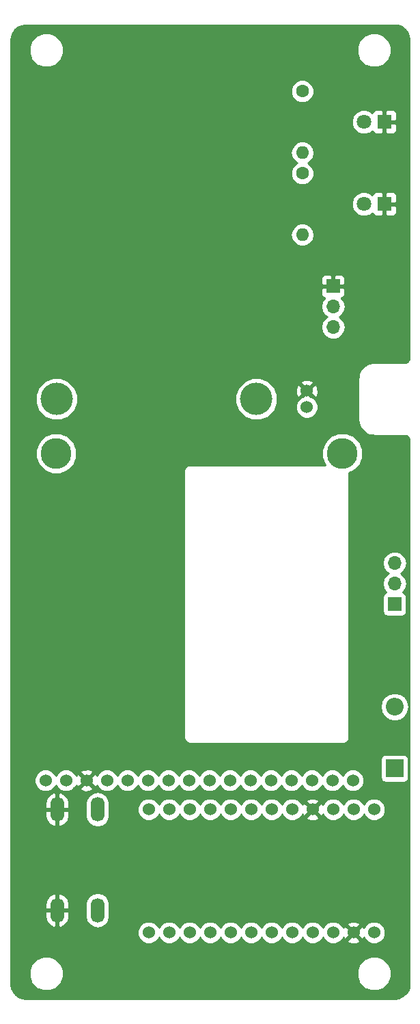
<source format=gbr>
G04 #@! TF.GenerationSoftware,KiCad,Pcbnew,(5.0.0-3-g5ebb6b6)*
G04 #@! TF.CreationDate,2018-09-18T11:26:02-04:00*
G04 #@! TF.ProjectId,mapH,6D6170482E6B696361645F7063620000,rev?*
G04 #@! TF.SameCoordinates,Original*
G04 #@! TF.FileFunction,Copper,L2,Bot,Signal*
G04 #@! TF.FilePolarity,Positive*
%FSLAX46Y46*%
G04 Gerber Fmt 4.6, Leading zero omitted, Abs format (unit mm)*
G04 Created by KiCad (PCBNEW (5.0.0-3-g5ebb6b6)) date Tuesday, September 18, 2018 at 11:26:02 AM*
%MOMM*%
%LPD*%
G01*
G04 APERTURE LIST*
G04 #@! TA.AperFunction,ComponentPad*
%ADD10R,2.200000X2.200000*%
G04 #@! TD*
G04 #@! TA.AperFunction,ComponentPad*
%ADD11O,2.200000X2.200000*%
G04 #@! TD*
G04 #@! TA.AperFunction,ComponentPad*
%ADD12R,1.800000X1.800000*%
G04 #@! TD*
G04 #@! TA.AperFunction,ComponentPad*
%ADD13C,1.800000*%
G04 #@! TD*
G04 #@! TA.AperFunction,ComponentPad*
%ADD14C,1.524000*%
G04 #@! TD*
G04 #@! TA.AperFunction,ComponentPad*
%ADD15C,1.600000*%
G04 #@! TD*
G04 #@! TA.AperFunction,ComponentPad*
%ADD16O,1.600000X1.600000*%
G04 #@! TD*
G04 #@! TA.AperFunction,ComponentPad*
%ADD17O,1.727200X3.048000*%
G04 #@! TD*
G04 #@! TA.AperFunction,ComponentPad*
%ADD18C,3.810000*%
G04 #@! TD*
G04 #@! TA.AperFunction,WasherPad*
%ADD19C,4.000000*%
G04 #@! TD*
G04 #@! TA.AperFunction,ComponentPad*
%ADD20R,1.700000X1.700000*%
G04 #@! TD*
G04 #@! TA.AperFunction,ComponentPad*
%ADD21O,1.700000X1.700000*%
G04 #@! TD*
G04 #@! TA.AperFunction,Conductor*
%ADD22C,0.254000*%
G04 #@! TD*
G04 APERTURE END LIST*
D10*
G04 #@! TO.P,D1,1*
G04 #@! TO.N,Net-(D1-Pad1)*
X172720000Y-125730000D03*
D11*
G04 #@! TO.P,D1,2*
G04 #@! TO.N,BAT+*
X172720000Y-118110000D03*
G04 #@! TD*
D12*
G04 #@! TO.P,D2,1*
G04 #@! TO.N,GND*
X171450000Y-55880000D03*
D13*
G04 #@! TO.P,D2,2*
G04 #@! TO.N,Net-(D2-Pad2)*
X168910000Y-55880000D03*
G04 #@! TD*
D12*
G04 #@! TO.P,D3,1*
G04 #@! TO.N,GND*
X171450000Y-45720000D03*
D13*
G04 #@! TO.P,D3,2*
G04 #@! TO.N,Net-(D3-Pad2)*
X168910000Y-45720000D03*
G04 #@! TD*
D14*
G04 #@! TO.P,J2,2*
G04 #@! TO.N,GND*
X161830000Y-79010000D03*
G04 #@! TO.P,J2,1*
G04 #@! TO.N,Net-(J2-Pad1)*
X161830000Y-81010000D03*
G04 #@! TD*
D15*
G04 #@! TO.P,R1,1*
G04 #@! TO.N,Net-(D2-Pad2)*
X161290000Y-52070000D03*
D16*
G04 #@! TO.P,R1,2*
G04 #@! TO.N,Net-(R1-Pad2)*
X161290000Y-59690000D03*
G04 #@! TD*
D15*
G04 #@! TO.P,R2,1*
G04 #@! TO.N,Net-(D3-Pad2)*
X161290000Y-41910000D03*
D16*
G04 #@! TO.P,R2,2*
G04 #@! TO.N,Net-(R2-Pad2)*
X161290000Y-49530000D03*
G04 #@! TD*
D17*
G04 #@! TO.P,S2,1*
G04 #@! TO.N,INT0*
X135890000Y-143310000D03*
G04 #@! TO.P,S2,2*
G04 #@! TO.N,GND*
X130890000Y-143310000D03*
G04 #@! TO.P,S2,1*
G04 #@! TO.N,INT0*
X135890000Y-130810000D03*
G04 #@! TO.P,S2,2*
G04 #@! TO.N,GND*
X130890000Y-130810000D03*
G04 #@! TD*
D18*
G04 #@! TO.P,U1,18*
G04 #@! TO.N,N/C*
X166251100Y-86753600D03*
D14*
G04 #@! TO.P,U1,1*
G04 #@! TO.N,VCC*
X129451100Y-127228600D03*
G04 #@! TO.P,U1,2*
G04 #@! TO.N,BAT+*
X131991100Y-127228600D03*
G04 #@! TO.P,U1,3*
G04 #@! TO.N,GND*
X134531100Y-127228600D03*
G04 #@! TO.P,U1,4*
G04 #@! TO.N,VCC*
X137071100Y-127228600D03*
G04 #@! TO.P,U1,5*
G04 #@! TO.N,Net-(U1-Pad5)*
X139611100Y-127228600D03*
G04 #@! TO.P,U1,6*
G04 #@! TO.N,Net-(U1-Pad6)*
X142151100Y-127228600D03*
G04 #@! TO.P,U1,7*
G04 #@! TO.N,Net-(U1-Pad7)*
X144691100Y-127228600D03*
G04 #@! TO.P,U1,8*
G04 #@! TO.N,Net-(U1-Pad8)*
X147231100Y-127228600D03*
G04 #@! TO.P,U1,9*
G04 #@! TO.N,Net-(U1-Pad9)*
X149771100Y-127228600D03*
G04 #@! TO.P,U1,10*
G04 #@! TO.N,Net-(U1-Pad10)*
X152311100Y-127228600D03*
G04 #@! TO.P,U1,11*
G04 #@! TO.N,Net-(U1-Pad11)*
X154851100Y-127228600D03*
G04 #@! TO.P,U1,12*
G04 #@! TO.N,Net-(U1-Pad12)*
X157391100Y-127228600D03*
G04 #@! TO.P,U1,13*
G04 #@! TO.N,Net-(U1-Pad13)*
X159931100Y-127228600D03*
G04 #@! TO.P,U1,14*
G04 #@! TO.N,Net-(U1-Pad14)*
X162471100Y-127228600D03*
G04 #@! TO.P,U1,15*
G04 #@! TO.N,Net-(U1-Pad15)*
X165011100Y-127228600D03*
G04 #@! TO.P,U1,16*
G04 #@! TO.N,Net-(U1-Pad16)*
X167551100Y-127228600D03*
D18*
G04 #@! TO.P,U1,17*
G04 #@! TO.N,N/C*
X130751100Y-86753600D03*
G04 #@! TD*
D19*
G04 #@! TO.P,REF\002A\002A,*
G04 #@! TO.N,*
X130810000Y-80010000D03*
X155575000Y-80010000D03*
G04 #@! TD*
D20*
G04 #@! TO.P,J1,1*
G04 #@! TO.N,GND*
X165100000Y-66040000D03*
D21*
G04 #@! TO.P,J1,2*
G04 #@! TO.N,VCC*
X165100000Y-68580000D03*
G04 #@! TO.P,J1,3*
G04 #@! TO.N,Net-(J1-Pad3)*
X165100000Y-71120000D03*
G04 #@! TD*
D20*
G04 #@! TO.P,S1,1*
G04 #@! TO.N,BAT+*
X172720000Y-105410000D03*
D21*
G04 #@! TO.P,S1,2*
G04 #@! TO.N,Net-(J2-Pad1)*
X172720000Y-102870000D03*
G04 #@! TO.P,S1,3*
G04 #@! TO.N,Net-(S1-Pad3)*
X172720000Y-100330000D03*
G04 #@! TD*
D14*
G04 #@! TO.P,uP1,7*
G04 #@! TO.N,Net-(uP1-Pad7)*
X170180000Y-130810000D03*
G04 #@! TO.P,uP1,8*
G04 #@! TO.N,Net-(uP1-Pad8)*
X167640000Y-130810000D03*
G04 #@! TO.P,uP1,9*
G04 #@! TO.N,Net-(uP1-Pad9)*
X165100000Y-130810000D03*
G04 #@! TO.P,uP1,10*
G04 #@! TO.N,GND*
X162560000Y-130810000D03*
G04 #@! TO.P,uP1,11*
G04 #@! TO.N,INT0*
X160020000Y-130810000D03*
G04 #@! TO.P,uP1,12*
G04 #@! TO.N,Net-(uP1-Pad12)*
X157480000Y-130810000D03*
G04 #@! TO.P,uP1,13*
G04 #@! TO.N,Net-(uP1-Pad13)*
X154940000Y-130810000D03*
G04 #@! TO.P,uP1,14*
G04 #@! TO.N,Net-(U1-Pad11)*
X152400000Y-130810000D03*
G04 #@! TO.P,uP1,15*
G04 #@! TO.N,Net-(U1-Pad9)*
X149860000Y-130810000D03*
G04 #@! TO.P,uP1,16*
G04 #@! TO.N,Net-(U1-Pad7)*
X147320000Y-130810000D03*
G04 #@! TO.P,uP1,17*
G04 #@! TO.N,Net-(U1-Pad6)*
X144780000Y-130810000D03*
G04 #@! TO.P,uP1,18*
G04 #@! TO.N,Net-(U1-Pad5)*
X142240000Y-130810000D03*
G04 #@! TO.P,uP1,30*
G04 #@! TO.N,Net-(R2-Pad2)*
X142240000Y-146050000D03*
G04 #@! TO.P,uP1,29*
G04 #@! TO.N,Net-(R1-Pad2)*
X144780000Y-146050000D03*
G04 #@! TO.P,uP1,28*
G04 #@! TO.N,Net-(uP1-Pad28)*
X147320000Y-146050000D03*
G04 #@! TO.P,uP1,27*
G04 #@! TO.N,Net-(uP1-Pad27)*
X149860000Y-146050000D03*
G04 #@! TO.P,uP1,26*
G04 #@! TO.N,Net-(J1-Pad3)*
X152400000Y-146050000D03*
G04 #@! TO.P,uP1,25*
G04 #@! TO.N,Net-(uP1-Pad25)*
X154940000Y-146050000D03*
G04 #@! TO.P,uP1,24*
G04 #@! TO.N,Net-(uP1-Pad24)*
X157480000Y-146050000D03*
G04 #@! TO.P,uP1,23*
G04 #@! TO.N,Net-(uP1-Pad23)*
X160020000Y-146050000D03*
G04 #@! TO.P,uP1,22*
G04 #@! TO.N,VCC*
X162560000Y-146050000D03*
G04 #@! TO.P,uP1,21*
G04 #@! TO.N,Net-(uP1-Pad21)*
X165100000Y-146050000D03*
G04 #@! TO.P,uP1,20*
G04 #@! TO.N,GND*
X167640000Y-146050000D03*
G04 #@! TO.P,uP1,19*
G04 #@! TO.N,Net-(D1-Pad1)*
X170180000Y-146050000D03*
G04 #@! TD*
D22*
G04 #@! TO.N,GND*
G36*
X173173698Y-33792958D02*
X173598893Y-33961305D01*
X173968858Y-34230101D01*
X174260356Y-34582462D01*
X174455067Y-34996244D01*
X174547093Y-35478662D01*
X174550000Y-35571165D01*
X174550001Y-38030074D01*
X174550000Y-40709925D01*
X174550001Y-40709930D01*
X174550000Y-74867881D01*
X174505935Y-75117787D01*
X174410596Y-75282919D01*
X174264524Y-75405488D01*
X174055532Y-75481555D01*
X173959004Y-75490000D01*
X170110074Y-75490000D01*
X170079507Y-75496080D01*
X169897587Y-75511996D01*
X169807990Y-75536003D01*
X169716632Y-75552112D01*
X169302165Y-75702966D01*
X169088621Y-75826256D01*
X169088620Y-75826257D01*
X168750744Y-76109769D01*
X168599319Y-76290231D01*
X168592247Y-76298659D01*
X168371714Y-76680632D01*
X168371711Y-76680635D01*
X168287376Y-76912344D01*
X168212122Y-77339135D01*
X168200000Y-77400075D01*
X168200001Y-82619926D01*
X168206079Y-82650484D01*
X168221996Y-82832413D01*
X168246003Y-82922010D01*
X168262112Y-83013368D01*
X168412965Y-83427830D01*
X168412966Y-83427835D01*
X168536257Y-83641380D01*
X168819769Y-83979256D01*
X169008660Y-84137754D01*
X169008662Y-84137755D01*
X169390632Y-84358287D01*
X169390633Y-84358287D01*
X169390635Y-84358289D01*
X169622344Y-84442624D01*
X170049119Y-84517875D01*
X170110074Y-84530000D01*
X173927881Y-84530000D01*
X174177787Y-84574065D01*
X174342920Y-84669405D01*
X174465488Y-84815477D01*
X174541555Y-85024465D01*
X174550000Y-85120996D01*
X174550001Y-148520074D01*
X174550000Y-151060074D01*
X174550000Y-151060075D01*
X174550001Y-152355326D01*
X174487042Y-152853699D01*
X174318697Y-153278889D01*
X174049899Y-153648859D01*
X173697541Y-153940355D01*
X173283756Y-154135067D01*
X172801339Y-154227093D01*
X172708836Y-154230000D01*
X127044667Y-154230000D01*
X126546301Y-154167042D01*
X126121111Y-153998697D01*
X125751141Y-153729899D01*
X125459645Y-153377541D01*
X125264933Y-152963756D01*
X125172907Y-152481339D01*
X125170000Y-152388836D01*
X125170000Y-150705322D01*
X127405000Y-150705322D01*
X127405000Y-151554678D01*
X127730034Y-152339380D01*
X128330620Y-152939966D01*
X129115322Y-153265000D01*
X129964678Y-153265000D01*
X130749380Y-152939966D01*
X131349966Y-152339380D01*
X131675000Y-151554678D01*
X131675000Y-150705322D01*
X168045000Y-150705322D01*
X168045000Y-151554678D01*
X168370034Y-152339380D01*
X168970620Y-152939966D01*
X169755322Y-153265000D01*
X170604678Y-153265000D01*
X171389380Y-152939966D01*
X171989966Y-152339380D01*
X172315000Y-151554678D01*
X172315000Y-150705322D01*
X171989966Y-149920620D01*
X171389380Y-149320034D01*
X170604678Y-148995000D01*
X169755322Y-148995000D01*
X168970620Y-149320034D01*
X168370034Y-149920620D01*
X168045000Y-150705322D01*
X131675000Y-150705322D01*
X131349966Y-149920620D01*
X130749380Y-149320034D01*
X129964678Y-148995000D01*
X129115322Y-148995000D01*
X128330620Y-149320034D01*
X127730034Y-149920620D01*
X127405000Y-150705322D01*
X125170000Y-150705322D01*
X125170000Y-145772119D01*
X140843000Y-145772119D01*
X140843000Y-146327881D01*
X141055680Y-146841337D01*
X141448663Y-147234320D01*
X141962119Y-147447000D01*
X142517881Y-147447000D01*
X143031337Y-147234320D01*
X143424320Y-146841337D01*
X143510000Y-146634487D01*
X143595680Y-146841337D01*
X143988663Y-147234320D01*
X144502119Y-147447000D01*
X145057881Y-147447000D01*
X145571337Y-147234320D01*
X145964320Y-146841337D01*
X146050000Y-146634487D01*
X146135680Y-146841337D01*
X146528663Y-147234320D01*
X147042119Y-147447000D01*
X147597881Y-147447000D01*
X148111337Y-147234320D01*
X148504320Y-146841337D01*
X148590000Y-146634487D01*
X148675680Y-146841337D01*
X149068663Y-147234320D01*
X149582119Y-147447000D01*
X150137881Y-147447000D01*
X150651337Y-147234320D01*
X151044320Y-146841337D01*
X151130000Y-146634487D01*
X151215680Y-146841337D01*
X151608663Y-147234320D01*
X152122119Y-147447000D01*
X152677881Y-147447000D01*
X153191337Y-147234320D01*
X153584320Y-146841337D01*
X153670000Y-146634487D01*
X153755680Y-146841337D01*
X154148663Y-147234320D01*
X154662119Y-147447000D01*
X155217881Y-147447000D01*
X155731337Y-147234320D01*
X156124320Y-146841337D01*
X156210000Y-146634487D01*
X156295680Y-146841337D01*
X156688663Y-147234320D01*
X157202119Y-147447000D01*
X157757881Y-147447000D01*
X158271337Y-147234320D01*
X158664320Y-146841337D01*
X158750000Y-146634487D01*
X158835680Y-146841337D01*
X159228663Y-147234320D01*
X159742119Y-147447000D01*
X160297881Y-147447000D01*
X160811337Y-147234320D01*
X161204320Y-146841337D01*
X161290000Y-146634487D01*
X161375680Y-146841337D01*
X161768663Y-147234320D01*
X162282119Y-147447000D01*
X162837881Y-147447000D01*
X163351337Y-147234320D01*
X163744320Y-146841337D01*
X163830000Y-146634487D01*
X163915680Y-146841337D01*
X164308663Y-147234320D01*
X164822119Y-147447000D01*
X165377881Y-147447000D01*
X165891337Y-147234320D01*
X166095444Y-147030213D01*
X166839392Y-147030213D01*
X166908857Y-147272397D01*
X167432302Y-147459144D01*
X167987368Y-147431362D01*
X168371143Y-147272397D01*
X168440608Y-147030213D01*
X167640000Y-146229605D01*
X166839392Y-147030213D01*
X166095444Y-147030213D01*
X166284320Y-146841337D01*
X166363428Y-146650353D01*
X166417603Y-146781143D01*
X166659787Y-146850608D01*
X167460395Y-146050000D01*
X167819605Y-146050000D01*
X168620213Y-146850608D01*
X168862397Y-146781143D01*
X168912535Y-146640607D01*
X168995680Y-146841337D01*
X169388663Y-147234320D01*
X169902119Y-147447000D01*
X170457881Y-147447000D01*
X170971337Y-147234320D01*
X171364320Y-146841337D01*
X171577000Y-146327881D01*
X171577000Y-145772119D01*
X171364320Y-145258663D01*
X170971337Y-144865680D01*
X170457881Y-144653000D01*
X169902119Y-144653000D01*
X169388663Y-144865680D01*
X168995680Y-145258663D01*
X168916572Y-145449647D01*
X168862397Y-145318857D01*
X168620213Y-145249392D01*
X167819605Y-146050000D01*
X167460395Y-146050000D01*
X166659787Y-145249392D01*
X166417603Y-145318857D01*
X166367465Y-145459393D01*
X166284320Y-145258663D01*
X166095444Y-145069787D01*
X166839392Y-145069787D01*
X167640000Y-145870395D01*
X168440608Y-145069787D01*
X168371143Y-144827603D01*
X167847698Y-144640856D01*
X167292632Y-144668638D01*
X166908857Y-144827603D01*
X166839392Y-145069787D01*
X166095444Y-145069787D01*
X165891337Y-144865680D01*
X165377881Y-144653000D01*
X164822119Y-144653000D01*
X164308663Y-144865680D01*
X163915680Y-145258663D01*
X163830000Y-145465513D01*
X163744320Y-145258663D01*
X163351337Y-144865680D01*
X162837881Y-144653000D01*
X162282119Y-144653000D01*
X161768663Y-144865680D01*
X161375680Y-145258663D01*
X161290000Y-145465513D01*
X161204320Y-145258663D01*
X160811337Y-144865680D01*
X160297881Y-144653000D01*
X159742119Y-144653000D01*
X159228663Y-144865680D01*
X158835680Y-145258663D01*
X158750000Y-145465513D01*
X158664320Y-145258663D01*
X158271337Y-144865680D01*
X157757881Y-144653000D01*
X157202119Y-144653000D01*
X156688663Y-144865680D01*
X156295680Y-145258663D01*
X156210000Y-145465513D01*
X156124320Y-145258663D01*
X155731337Y-144865680D01*
X155217881Y-144653000D01*
X154662119Y-144653000D01*
X154148663Y-144865680D01*
X153755680Y-145258663D01*
X153670000Y-145465513D01*
X153584320Y-145258663D01*
X153191337Y-144865680D01*
X152677881Y-144653000D01*
X152122119Y-144653000D01*
X151608663Y-144865680D01*
X151215680Y-145258663D01*
X151130000Y-145465513D01*
X151044320Y-145258663D01*
X150651337Y-144865680D01*
X150137881Y-144653000D01*
X149582119Y-144653000D01*
X149068663Y-144865680D01*
X148675680Y-145258663D01*
X148590000Y-145465513D01*
X148504320Y-145258663D01*
X148111337Y-144865680D01*
X147597881Y-144653000D01*
X147042119Y-144653000D01*
X146528663Y-144865680D01*
X146135680Y-145258663D01*
X146050000Y-145465513D01*
X145964320Y-145258663D01*
X145571337Y-144865680D01*
X145057881Y-144653000D01*
X144502119Y-144653000D01*
X143988663Y-144865680D01*
X143595680Y-145258663D01*
X143510000Y-145465513D01*
X143424320Y-145258663D01*
X143031337Y-144865680D01*
X142517881Y-144653000D01*
X141962119Y-144653000D01*
X141448663Y-144865680D01*
X141055680Y-145258663D01*
X140843000Y-145772119D01*
X125170000Y-145772119D01*
X125170000Y-143437000D01*
X129391400Y-143437000D01*
X129391400Y-144097400D01*
X129554075Y-144661222D01*
X129920132Y-145119873D01*
X130433843Y-145403527D01*
X130530974Y-145425358D01*
X130763000Y-145304217D01*
X130763000Y-143437000D01*
X131017000Y-143437000D01*
X131017000Y-145304217D01*
X131249026Y-145425358D01*
X131346157Y-145403527D01*
X131859868Y-145119873D01*
X132225925Y-144661222D01*
X132388600Y-144097400D01*
X132388600Y-143437000D01*
X131017000Y-143437000D01*
X130763000Y-143437000D01*
X129391400Y-143437000D01*
X125170000Y-143437000D01*
X125170000Y-142522600D01*
X129391400Y-142522600D01*
X129391400Y-143183000D01*
X130763000Y-143183000D01*
X130763000Y-141315783D01*
X131017000Y-141315783D01*
X131017000Y-143183000D01*
X132388600Y-143183000D01*
X132388600Y-142522600D01*
X132382658Y-142502002D01*
X134391400Y-142502002D01*
X134391400Y-144117997D01*
X134478350Y-144555124D01*
X134809570Y-145050830D01*
X135305275Y-145382050D01*
X135890000Y-145498359D01*
X136474724Y-145382050D01*
X136970430Y-145050830D01*
X137301650Y-144555125D01*
X137388600Y-144117998D01*
X137388600Y-142502002D01*
X137301650Y-142064875D01*
X136970430Y-141569170D01*
X136474725Y-141237950D01*
X135890000Y-141121641D01*
X135305276Y-141237950D01*
X134809571Y-141569170D01*
X134478351Y-142064875D01*
X134391400Y-142502002D01*
X132382658Y-142502002D01*
X132225925Y-141958778D01*
X131859868Y-141500127D01*
X131346157Y-141216473D01*
X131249026Y-141194642D01*
X131017000Y-141315783D01*
X130763000Y-141315783D01*
X130530974Y-141194642D01*
X130433843Y-141216473D01*
X129920132Y-141500127D01*
X129554075Y-141958778D01*
X129391400Y-142522600D01*
X125170000Y-142522600D01*
X125170000Y-130937000D01*
X129391400Y-130937000D01*
X129391400Y-131597400D01*
X129554075Y-132161222D01*
X129920132Y-132619873D01*
X130433843Y-132903527D01*
X130530974Y-132925358D01*
X130763000Y-132804217D01*
X130763000Y-130937000D01*
X131017000Y-130937000D01*
X131017000Y-132804217D01*
X131249026Y-132925358D01*
X131346157Y-132903527D01*
X131859868Y-132619873D01*
X132225925Y-132161222D01*
X132388600Y-131597400D01*
X132388600Y-130937000D01*
X131017000Y-130937000D01*
X130763000Y-130937000D01*
X129391400Y-130937000D01*
X125170000Y-130937000D01*
X125170000Y-130022600D01*
X129391400Y-130022600D01*
X129391400Y-130683000D01*
X130763000Y-130683000D01*
X130763000Y-128815783D01*
X131017000Y-128815783D01*
X131017000Y-130683000D01*
X132388600Y-130683000D01*
X132388600Y-130022600D01*
X132382658Y-130002002D01*
X134391400Y-130002002D01*
X134391400Y-131617997D01*
X134478350Y-132055124D01*
X134809570Y-132550830D01*
X135305275Y-132882050D01*
X135890000Y-132998359D01*
X136474724Y-132882050D01*
X136970430Y-132550830D01*
X137301650Y-132055125D01*
X137388600Y-131617998D01*
X137388600Y-130532119D01*
X140843000Y-130532119D01*
X140843000Y-131087881D01*
X141055680Y-131601337D01*
X141448663Y-131994320D01*
X141962119Y-132207000D01*
X142517881Y-132207000D01*
X143031337Y-131994320D01*
X143424320Y-131601337D01*
X143510000Y-131394487D01*
X143595680Y-131601337D01*
X143988663Y-131994320D01*
X144502119Y-132207000D01*
X145057881Y-132207000D01*
X145571337Y-131994320D01*
X145964320Y-131601337D01*
X146050000Y-131394487D01*
X146135680Y-131601337D01*
X146528663Y-131994320D01*
X147042119Y-132207000D01*
X147597881Y-132207000D01*
X148111337Y-131994320D01*
X148504320Y-131601337D01*
X148590000Y-131394487D01*
X148675680Y-131601337D01*
X149068663Y-131994320D01*
X149582119Y-132207000D01*
X150137881Y-132207000D01*
X150651337Y-131994320D01*
X151044320Y-131601337D01*
X151130000Y-131394487D01*
X151215680Y-131601337D01*
X151608663Y-131994320D01*
X152122119Y-132207000D01*
X152677881Y-132207000D01*
X153191337Y-131994320D01*
X153584320Y-131601337D01*
X153670000Y-131394487D01*
X153755680Y-131601337D01*
X154148663Y-131994320D01*
X154662119Y-132207000D01*
X155217881Y-132207000D01*
X155731337Y-131994320D01*
X156124320Y-131601337D01*
X156210000Y-131394487D01*
X156295680Y-131601337D01*
X156688663Y-131994320D01*
X157202119Y-132207000D01*
X157757881Y-132207000D01*
X158271337Y-131994320D01*
X158664320Y-131601337D01*
X158750000Y-131394487D01*
X158835680Y-131601337D01*
X159228663Y-131994320D01*
X159742119Y-132207000D01*
X160297881Y-132207000D01*
X160811337Y-131994320D01*
X161015444Y-131790213D01*
X161759392Y-131790213D01*
X161828857Y-132032397D01*
X162352302Y-132219144D01*
X162907368Y-132191362D01*
X163291143Y-132032397D01*
X163360608Y-131790213D01*
X162560000Y-130989605D01*
X161759392Y-131790213D01*
X161015444Y-131790213D01*
X161204320Y-131601337D01*
X161283428Y-131410353D01*
X161337603Y-131541143D01*
X161579787Y-131610608D01*
X162380395Y-130810000D01*
X162739605Y-130810000D01*
X163540213Y-131610608D01*
X163782397Y-131541143D01*
X163832535Y-131400607D01*
X163915680Y-131601337D01*
X164308663Y-131994320D01*
X164822119Y-132207000D01*
X165377881Y-132207000D01*
X165891337Y-131994320D01*
X166284320Y-131601337D01*
X166370000Y-131394487D01*
X166455680Y-131601337D01*
X166848663Y-131994320D01*
X167362119Y-132207000D01*
X167917881Y-132207000D01*
X168431337Y-131994320D01*
X168824320Y-131601337D01*
X168910000Y-131394487D01*
X168995680Y-131601337D01*
X169388663Y-131994320D01*
X169902119Y-132207000D01*
X170457881Y-132207000D01*
X170971337Y-131994320D01*
X171364320Y-131601337D01*
X171577000Y-131087881D01*
X171577000Y-130532119D01*
X171364320Y-130018663D01*
X170971337Y-129625680D01*
X170457881Y-129413000D01*
X169902119Y-129413000D01*
X169388663Y-129625680D01*
X168995680Y-130018663D01*
X168910000Y-130225513D01*
X168824320Y-130018663D01*
X168431337Y-129625680D01*
X167917881Y-129413000D01*
X167362119Y-129413000D01*
X166848663Y-129625680D01*
X166455680Y-130018663D01*
X166370000Y-130225513D01*
X166284320Y-130018663D01*
X165891337Y-129625680D01*
X165377881Y-129413000D01*
X164822119Y-129413000D01*
X164308663Y-129625680D01*
X163915680Y-130018663D01*
X163836572Y-130209647D01*
X163782397Y-130078857D01*
X163540213Y-130009392D01*
X162739605Y-130810000D01*
X162380395Y-130810000D01*
X161579787Y-130009392D01*
X161337603Y-130078857D01*
X161287465Y-130219393D01*
X161204320Y-130018663D01*
X161015444Y-129829787D01*
X161759392Y-129829787D01*
X162560000Y-130630395D01*
X163360608Y-129829787D01*
X163291143Y-129587603D01*
X162767698Y-129400856D01*
X162212632Y-129428638D01*
X161828857Y-129587603D01*
X161759392Y-129829787D01*
X161015444Y-129829787D01*
X160811337Y-129625680D01*
X160297881Y-129413000D01*
X159742119Y-129413000D01*
X159228663Y-129625680D01*
X158835680Y-130018663D01*
X158750000Y-130225513D01*
X158664320Y-130018663D01*
X158271337Y-129625680D01*
X157757881Y-129413000D01*
X157202119Y-129413000D01*
X156688663Y-129625680D01*
X156295680Y-130018663D01*
X156210000Y-130225513D01*
X156124320Y-130018663D01*
X155731337Y-129625680D01*
X155217881Y-129413000D01*
X154662119Y-129413000D01*
X154148663Y-129625680D01*
X153755680Y-130018663D01*
X153670000Y-130225513D01*
X153584320Y-130018663D01*
X153191337Y-129625680D01*
X152677881Y-129413000D01*
X152122119Y-129413000D01*
X151608663Y-129625680D01*
X151215680Y-130018663D01*
X151130000Y-130225513D01*
X151044320Y-130018663D01*
X150651337Y-129625680D01*
X150137881Y-129413000D01*
X149582119Y-129413000D01*
X149068663Y-129625680D01*
X148675680Y-130018663D01*
X148590000Y-130225513D01*
X148504320Y-130018663D01*
X148111337Y-129625680D01*
X147597881Y-129413000D01*
X147042119Y-129413000D01*
X146528663Y-129625680D01*
X146135680Y-130018663D01*
X146050000Y-130225513D01*
X145964320Y-130018663D01*
X145571337Y-129625680D01*
X145057881Y-129413000D01*
X144502119Y-129413000D01*
X143988663Y-129625680D01*
X143595680Y-130018663D01*
X143510000Y-130225513D01*
X143424320Y-130018663D01*
X143031337Y-129625680D01*
X142517881Y-129413000D01*
X141962119Y-129413000D01*
X141448663Y-129625680D01*
X141055680Y-130018663D01*
X140843000Y-130532119D01*
X137388600Y-130532119D01*
X137388600Y-130002002D01*
X137301650Y-129564875D01*
X136970430Y-129069170D01*
X136474725Y-128737950D01*
X135890000Y-128621641D01*
X135305276Y-128737950D01*
X134809571Y-129069170D01*
X134478351Y-129564875D01*
X134391400Y-130002002D01*
X132382658Y-130002002D01*
X132225925Y-129458778D01*
X131859868Y-129000127D01*
X131346157Y-128716473D01*
X131249026Y-128694642D01*
X131017000Y-128815783D01*
X130763000Y-128815783D01*
X130530974Y-128694642D01*
X130433843Y-128716473D01*
X129920132Y-129000127D01*
X129554075Y-129458778D01*
X129391400Y-130022600D01*
X125170000Y-130022600D01*
X125170000Y-126950719D01*
X128054100Y-126950719D01*
X128054100Y-127506481D01*
X128266780Y-128019937D01*
X128659763Y-128412920D01*
X129173219Y-128625600D01*
X129728981Y-128625600D01*
X130242437Y-128412920D01*
X130635420Y-128019937D01*
X130721100Y-127813087D01*
X130806780Y-128019937D01*
X131199763Y-128412920D01*
X131713219Y-128625600D01*
X132268981Y-128625600D01*
X132782437Y-128412920D01*
X132986544Y-128208813D01*
X133730492Y-128208813D01*
X133799957Y-128450997D01*
X134323402Y-128637744D01*
X134878468Y-128609962D01*
X135262243Y-128450997D01*
X135331708Y-128208813D01*
X134531100Y-127408205D01*
X133730492Y-128208813D01*
X132986544Y-128208813D01*
X133175420Y-128019937D01*
X133254528Y-127828953D01*
X133308703Y-127959743D01*
X133550887Y-128029208D01*
X134351495Y-127228600D01*
X134710705Y-127228600D01*
X135511313Y-128029208D01*
X135753497Y-127959743D01*
X135803635Y-127819207D01*
X135886780Y-128019937D01*
X136279763Y-128412920D01*
X136793219Y-128625600D01*
X137348981Y-128625600D01*
X137862437Y-128412920D01*
X138255420Y-128019937D01*
X138341100Y-127813087D01*
X138426780Y-128019937D01*
X138819763Y-128412920D01*
X139333219Y-128625600D01*
X139888981Y-128625600D01*
X140402437Y-128412920D01*
X140795420Y-128019937D01*
X140881100Y-127813087D01*
X140966780Y-128019937D01*
X141359763Y-128412920D01*
X141873219Y-128625600D01*
X142428981Y-128625600D01*
X142942437Y-128412920D01*
X143335420Y-128019937D01*
X143421100Y-127813087D01*
X143506780Y-128019937D01*
X143899763Y-128412920D01*
X144413219Y-128625600D01*
X144968981Y-128625600D01*
X145482437Y-128412920D01*
X145875420Y-128019937D01*
X145961100Y-127813087D01*
X146046780Y-128019937D01*
X146439763Y-128412920D01*
X146953219Y-128625600D01*
X147508981Y-128625600D01*
X148022437Y-128412920D01*
X148415420Y-128019937D01*
X148501100Y-127813087D01*
X148586780Y-128019937D01*
X148979763Y-128412920D01*
X149493219Y-128625600D01*
X150048981Y-128625600D01*
X150562437Y-128412920D01*
X150955420Y-128019937D01*
X151041100Y-127813087D01*
X151126780Y-128019937D01*
X151519763Y-128412920D01*
X152033219Y-128625600D01*
X152588981Y-128625600D01*
X153102437Y-128412920D01*
X153495420Y-128019937D01*
X153581100Y-127813087D01*
X153666780Y-128019937D01*
X154059763Y-128412920D01*
X154573219Y-128625600D01*
X155128981Y-128625600D01*
X155642437Y-128412920D01*
X156035420Y-128019937D01*
X156121100Y-127813087D01*
X156206780Y-128019937D01*
X156599763Y-128412920D01*
X157113219Y-128625600D01*
X157668981Y-128625600D01*
X158182437Y-128412920D01*
X158575420Y-128019937D01*
X158661100Y-127813087D01*
X158746780Y-128019937D01*
X159139763Y-128412920D01*
X159653219Y-128625600D01*
X160208981Y-128625600D01*
X160722437Y-128412920D01*
X161115420Y-128019937D01*
X161201100Y-127813087D01*
X161286780Y-128019937D01*
X161679763Y-128412920D01*
X162193219Y-128625600D01*
X162748981Y-128625600D01*
X163262437Y-128412920D01*
X163655420Y-128019937D01*
X163741100Y-127813087D01*
X163826780Y-128019937D01*
X164219763Y-128412920D01*
X164733219Y-128625600D01*
X165288981Y-128625600D01*
X165802437Y-128412920D01*
X166195420Y-128019937D01*
X166281100Y-127813087D01*
X166366780Y-128019937D01*
X166759763Y-128412920D01*
X167273219Y-128625600D01*
X167828981Y-128625600D01*
X168342437Y-128412920D01*
X168735420Y-128019937D01*
X168948100Y-127506481D01*
X168948100Y-126950719D01*
X168735420Y-126437263D01*
X168342437Y-126044280D01*
X167828981Y-125831600D01*
X167273219Y-125831600D01*
X166759763Y-126044280D01*
X166366780Y-126437263D01*
X166281100Y-126644113D01*
X166195420Y-126437263D01*
X165802437Y-126044280D01*
X165288981Y-125831600D01*
X164733219Y-125831600D01*
X164219763Y-126044280D01*
X163826780Y-126437263D01*
X163741100Y-126644113D01*
X163655420Y-126437263D01*
X163262437Y-126044280D01*
X162748981Y-125831600D01*
X162193219Y-125831600D01*
X161679763Y-126044280D01*
X161286780Y-126437263D01*
X161201100Y-126644113D01*
X161115420Y-126437263D01*
X160722437Y-126044280D01*
X160208981Y-125831600D01*
X159653219Y-125831600D01*
X159139763Y-126044280D01*
X158746780Y-126437263D01*
X158661100Y-126644113D01*
X158575420Y-126437263D01*
X158182437Y-126044280D01*
X157668981Y-125831600D01*
X157113219Y-125831600D01*
X156599763Y-126044280D01*
X156206780Y-126437263D01*
X156121100Y-126644113D01*
X156035420Y-126437263D01*
X155642437Y-126044280D01*
X155128981Y-125831600D01*
X154573219Y-125831600D01*
X154059763Y-126044280D01*
X153666780Y-126437263D01*
X153581100Y-126644113D01*
X153495420Y-126437263D01*
X153102437Y-126044280D01*
X152588981Y-125831600D01*
X152033219Y-125831600D01*
X151519763Y-126044280D01*
X151126780Y-126437263D01*
X151041100Y-126644113D01*
X150955420Y-126437263D01*
X150562437Y-126044280D01*
X150048981Y-125831600D01*
X149493219Y-125831600D01*
X148979763Y-126044280D01*
X148586780Y-126437263D01*
X148501100Y-126644113D01*
X148415420Y-126437263D01*
X148022437Y-126044280D01*
X147508981Y-125831600D01*
X146953219Y-125831600D01*
X146439763Y-126044280D01*
X146046780Y-126437263D01*
X145961100Y-126644113D01*
X145875420Y-126437263D01*
X145482437Y-126044280D01*
X144968981Y-125831600D01*
X144413219Y-125831600D01*
X143899763Y-126044280D01*
X143506780Y-126437263D01*
X143421100Y-126644113D01*
X143335420Y-126437263D01*
X142942437Y-126044280D01*
X142428981Y-125831600D01*
X141873219Y-125831600D01*
X141359763Y-126044280D01*
X140966780Y-126437263D01*
X140881100Y-126644113D01*
X140795420Y-126437263D01*
X140402437Y-126044280D01*
X139888981Y-125831600D01*
X139333219Y-125831600D01*
X138819763Y-126044280D01*
X138426780Y-126437263D01*
X138341100Y-126644113D01*
X138255420Y-126437263D01*
X137862437Y-126044280D01*
X137348981Y-125831600D01*
X136793219Y-125831600D01*
X136279763Y-126044280D01*
X135886780Y-126437263D01*
X135807672Y-126628247D01*
X135753497Y-126497457D01*
X135511313Y-126427992D01*
X134710705Y-127228600D01*
X134351495Y-127228600D01*
X133550887Y-126427992D01*
X133308703Y-126497457D01*
X133258565Y-126637993D01*
X133175420Y-126437263D01*
X132986544Y-126248387D01*
X133730492Y-126248387D01*
X134531100Y-127048995D01*
X135331708Y-126248387D01*
X135262243Y-126006203D01*
X134738798Y-125819456D01*
X134183732Y-125847238D01*
X133799957Y-126006203D01*
X133730492Y-126248387D01*
X132986544Y-126248387D01*
X132782437Y-126044280D01*
X132268981Y-125831600D01*
X131713219Y-125831600D01*
X131199763Y-126044280D01*
X130806780Y-126437263D01*
X130721100Y-126644113D01*
X130635420Y-126437263D01*
X130242437Y-126044280D01*
X129728981Y-125831600D01*
X129173219Y-125831600D01*
X128659763Y-126044280D01*
X128266780Y-126437263D01*
X128054100Y-126950719D01*
X125170000Y-126950719D01*
X125170000Y-124630000D01*
X170972560Y-124630000D01*
X170972560Y-126830000D01*
X171021843Y-127077765D01*
X171162191Y-127287809D01*
X171372235Y-127428157D01*
X171620000Y-127477440D01*
X173820000Y-127477440D01*
X174067765Y-127428157D01*
X174277809Y-127287809D01*
X174418157Y-127077765D01*
X174467440Y-126830000D01*
X174467440Y-124630000D01*
X174418157Y-124382235D01*
X174277809Y-124172191D01*
X174067765Y-124031843D01*
X173820000Y-123982560D01*
X171620000Y-123982560D01*
X171372235Y-124031843D01*
X171162191Y-124172191D01*
X171021843Y-124382235D01*
X170972560Y-124630000D01*
X125170000Y-124630000D01*
X125170000Y-86248362D01*
X128211100Y-86248362D01*
X128211100Y-87258838D01*
X128597792Y-88192395D01*
X129312305Y-88906908D01*
X130245862Y-89293600D01*
X131256338Y-89293600D01*
X132189895Y-88906908D01*
X132196803Y-88900000D01*
X146596091Y-88900000D01*
X146610001Y-88969931D01*
X146610000Y-121850074D01*
X146596091Y-121920000D01*
X146651195Y-122197028D01*
X146808119Y-122431881D01*
X147042972Y-122588805D01*
X147320000Y-122643909D01*
X147389925Y-122630000D01*
X166300075Y-122630000D01*
X166370000Y-122643909D01*
X166647028Y-122588805D01*
X166881881Y-122431881D01*
X167038805Y-122197028D01*
X167080000Y-121989926D01*
X167080000Y-121989925D01*
X167093909Y-121920000D01*
X167080000Y-121850074D01*
X167080000Y-118110000D01*
X170951010Y-118110000D01*
X171085666Y-118786963D01*
X171469135Y-119360865D01*
X172043037Y-119744334D01*
X172549120Y-119845000D01*
X172890880Y-119845000D01*
X173396963Y-119744334D01*
X173970865Y-119360865D01*
X174354334Y-118786963D01*
X174488990Y-118110000D01*
X174354334Y-117433037D01*
X173970865Y-116859135D01*
X173396963Y-116475666D01*
X172890880Y-116375000D01*
X172549120Y-116375000D01*
X172043037Y-116475666D01*
X171469135Y-116859135D01*
X171085666Y-117433037D01*
X170951010Y-118110000D01*
X167080000Y-118110000D01*
X167080000Y-100330000D01*
X171205908Y-100330000D01*
X171321161Y-100909418D01*
X171649375Y-101400625D01*
X171947761Y-101600000D01*
X171649375Y-101799375D01*
X171321161Y-102290582D01*
X171205908Y-102870000D01*
X171321161Y-103449418D01*
X171649375Y-103940625D01*
X171667619Y-103952816D01*
X171622235Y-103961843D01*
X171412191Y-104102191D01*
X171271843Y-104312235D01*
X171222560Y-104560000D01*
X171222560Y-106260000D01*
X171271843Y-106507765D01*
X171412191Y-106717809D01*
X171622235Y-106858157D01*
X171870000Y-106907440D01*
X173570000Y-106907440D01*
X173817765Y-106858157D01*
X174027809Y-106717809D01*
X174168157Y-106507765D01*
X174217440Y-106260000D01*
X174217440Y-104560000D01*
X174168157Y-104312235D01*
X174027809Y-104102191D01*
X173817765Y-103961843D01*
X173772381Y-103952816D01*
X173790625Y-103940625D01*
X174118839Y-103449418D01*
X174234092Y-102870000D01*
X174118839Y-102290582D01*
X173790625Y-101799375D01*
X173492239Y-101600000D01*
X173790625Y-101400625D01*
X174118839Y-100909418D01*
X174234092Y-100330000D01*
X174118839Y-99750582D01*
X173790625Y-99259375D01*
X173299418Y-98931161D01*
X172866256Y-98845000D01*
X172573744Y-98845000D01*
X172140582Y-98931161D01*
X171649375Y-99259375D01*
X171321161Y-99750582D01*
X171205908Y-100330000D01*
X167080000Y-100330000D01*
X167080000Y-89159535D01*
X167689895Y-88906908D01*
X168404408Y-88192395D01*
X168791100Y-87258838D01*
X168791100Y-86248362D01*
X168404408Y-85314805D01*
X167689895Y-84600292D01*
X166756338Y-84213600D01*
X165745862Y-84213600D01*
X164812305Y-84600292D01*
X164097792Y-85314805D01*
X163711100Y-86248362D01*
X163711100Y-87258838D01*
X164096800Y-88190000D01*
X147389926Y-88190000D01*
X147320000Y-88176091D01*
X147250075Y-88190000D01*
X147250074Y-88190000D01*
X147042972Y-88231195D01*
X146808119Y-88388119D01*
X146651195Y-88622972D01*
X146596091Y-88900000D01*
X132196803Y-88900000D01*
X132904408Y-88192395D01*
X133291100Y-87258838D01*
X133291100Y-86248362D01*
X132904408Y-85314805D01*
X132189895Y-84600292D01*
X131256338Y-84213600D01*
X130245862Y-84213600D01*
X129312305Y-84600292D01*
X128597792Y-85314805D01*
X128211100Y-86248362D01*
X125170000Y-86248362D01*
X125170000Y-79485866D01*
X128175000Y-79485866D01*
X128175000Y-80534134D01*
X128576155Y-81502608D01*
X129317392Y-82243845D01*
X130285866Y-82645000D01*
X131334134Y-82645000D01*
X132302608Y-82243845D01*
X133043845Y-81502608D01*
X133445000Y-80534134D01*
X133445000Y-79485866D01*
X152940000Y-79485866D01*
X152940000Y-80534134D01*
X153341155Y-81502608D01*
X154082392Y-82243845D01*
X155050866Y-82645000D01*
X156099134Y-82645000D01*
X157067608Y-82243845D01*
X157808845Y-81502608D01*
X158127991Y-80732119D01*
X160433000Y-80732119D01*
X160433000Y-81287881D01*
X160645680Y-81801337D01*
X161038663Y-82194320D01*
X161552119Y-82407000D01*
X162107881Y-82407000D01*
X162621337Y-82194320D01*
X163014320Y-81801337D01*
X163227000Y-81287881D01*
X163227000Y-80732119D01*
X163014320Y-80218663D01*
X162621337Y-79825680D01*
X162356289Y-79715894D01*
X161830000Y-79189605D01*
X161303711Y-79715894D01*
X161038663Y-79825680D01*
X160645680Y-80218663D01*
X160433000Y-80732119D01*
X158127991Y-80732119D01*
X158210000Y-80534134D01*
X158210000Y-79485866D01*
X157926859Y-78802302D01*
X160420856Y-78802302D01*
X160448638Y-79357368D01*
X160607603Y-79741143D01*
X160849787Y-79810608D01*
X161650395Y-79010000D01*
X162009605Y-79010000D01*
X162810213Y-79810608D01*
X163052397Y-79741143D01*
X163239144Y-79217698D01*
X163211362Y-78662632D01*
X163052397Y-78278857D01*
X162810213Y-78209392D01*
X162009605Y-79010000D01*
X161650395Y-79010000D01*
X160849787Y-78209392D01*
X160607603Y-78278857D01*
X160420856Y-78802302D01*
X157926859Y-78802302D01*
X157808845Y-78517392D01*
X157321240Y-78029787D01*
X161029392Y-78029787D01*
X161830000Y-78830395D01*
X162630608Y-78029787D01*
X162561143Y-77787603D01*
X162037698Y-77600856D01*
X161482632Y-77628638D01*
X161098857Y-77787603D01*
X161029392Y-78029787D01*
X157321240Y-78029787D01*
X157067608Y-77776155D01*
X156099134Y-77375000D01*
X155050866Y-77375000D01*
X154082392Y-77776155D01*
X153341155Y-78517392D01*
X152940000Y-79485866D01*
X133445000Y-79485866D01*
X133043845Y-78517392D01*
X132302608Y-77776155D01*
X131334134Y-77375000D01*
X130285866Y-77375000D01*
X129317392Y-77776155D01*
X128576155Y-78517392D01*
X128175000Y-79485866D01*
X125170000Y-79485866D01*
X125170000Y-68580000D01*
X163585908Y-68580000D01*
X163701161Y-69159418D01*
X164029375Y-69650625D01*
X164327761Y-69850000D01*
X164029375Y-70049375D01*
X163701161Y-70540582D01*
X163585908Y-71120000D01*
X163701161Y-71699418D01*
X164029375Y-72190625D01*
X164520582Y-72518839D01*
X164953744Y-72605000D01*
X165246256Y-72605000D01*
X165679418Y-72518839D01*
X166170625Y-72190625D01*
X166498839Y-71699418D01*
X166614092Y-71120000D01*
X166498839Y-70540582D01*
X166170625Y-70049375D01*
X165872239Y-69850000D01*
X166170625Y-69650625D01*
X166498839Y-69159418D01*
X166614092Y-68580000D01*
X166498839Y-68000582D01*
X166170625Y-67509375D01*
X166148967Y-67494904D01*
X166309698Y-67428327D01*
X166488327Y-67249699D01*
X166585000Y-67016310D01*
X166585000Y-66325750D01*
X166426250Y-66167000D01*
X165227000Y-66167000D01*
X165227000Y-66187000D01*
X164973000Y-66187000D01*
X164973000Y-66167000D01*
X163773750Y-66167000D01*
X163615000Y-66325750D01*
X163615000Y-67016310D01*
X163711673Y-67249699D01*
X163890302Y-67428327D01*
X164051033Y-67494904D01*
X164029375Y-67509375D01*
X163701161Y-68000582D01*
X163585908Y-68580000D01*
X125170000Y-68580000D01*
X125170000Y-65063690D01*
X163615000Y-65063690D01*
X163615000Y-65754250D01*
X163773750Y-65913000D01*
X164973000Y-65913000D01*
X164973000Y-64713750D01*
X165227000Y-64713750D01*
X165227000Y-65913000D01*
X166426250Y-65913000D01*
X166585000Y-65754250D01*
X166585000Y-65063690D01*
X166488327Y-64830301D01*
X166309698Y-64651673D01*
X166076309Y-64555000D01*
X165385750Y-64555000D01*
X165227000Y-64713750D01*
X164973000Y-64713750D01*
X164814250Y-64555000D01*
X164123691Y-64555000D01*
X163890302Y-64651673D01*
X163711673Y-64830301D01*
X163615000Y-65063690D01*
X125170000Y-65063690D01*
X125170000Y-59690000D01*
X159826887Y-59690000D01*
X159938260Y-60249909D01*
X160255423Y-60724577D01*
X160730091Y-61041740D01*
X161148667Y-61125000D01*
X161431333Y-61125000D01*
X161849909Y-61041740D01*
X162324577Y-60724577D01*
X162641740Y-60249909D01*
X162753113Y-59690000D01*
X162641740Y-59130091D01*
X162324577Y-58655423D01*
X161849909Y-58338260D01*
X161431333Y-58255000D01*
X161148667Y-58255000D01*
X160730091Y-58338260D01*
X160255423Y-58655423D01*
X159938260Y-59130091D01*
X159826887Y-59690000D01*
X125170000Y-59690000D01*
X125170000Y-55574670D01*
X167375000Y-55574670D01*
X167375000Y-56185330D01*
X167608690Y-56749507D01*
X168040493Y-57181310D01*
X168604670Y-57415000D01*
X169215330Y-57415000D01*
X169779507Y-57181310D01*
X169955861Y-57004956D01*
X170011673Y-57139699D01*
X170190302Y-57318327D01*
X170423691Y-57415000D01*
X171164250Y-57415000D01*
X171323000Y-57256250D01*
X171323000Y-56007000D01*
X171577000Y-56007000D01*
X171577000Y-57256250D01*
X171735750Y-57415000D01*
X172476309Y-57415000D01*
X172709698Y-57318327D01*
X172888327Y-57139699D01*
X172985000Y-56906310D01*
X172985000Y-56165750D01*
X172826250Y-56007000D01*
X171577000Y-56007000D01*
X171323000Y-56007000D01*
X171303000Y-56007000D01*
X171303000Y-55753000D01*
X171323000Y-55753000D01*
X171323000Y-54503750D01*
X171577000Y-54503750D01*
X171577000Y-55753000D01*
X172826250Y-55753000D01*
X172985000Y-55594250D01*
X172985000Y-54853690D01*
X172888327Y-54620301D01*
X172709698Y-54441673D01*
X172476309Y-54345000D01*
X171735750Y-54345000D01*
X171577000Y-54503750D01*
X171323000Y-54503750D01*
X171164250Y-54345000D01*
X170423691Y-54345000D01*
X170190302Y-54441673D01*
X170011673Y-54620301D01*
X169955861Y-54755044D01*
X169779507Y-54578690D01*
X169215330Y-54345000D01*
X168604670Y-54345000D01*
X168040493Y-54578690D01*
X167608690Y-55010493D01*
X167375000Y-55574670D01*
X125170000Y-55574670D01*
X125170000Y-49530000D01*
X159826887Y-49530000D01*
X159938260Y-50089909D01*
X160255423Y-50564577D01*
X160607168Y-50799606D01*
X160477138Y-50853466D01*
X160073466Y-51257138D01*
X159855000Y-51784561D01*
X159855000Y-52355439D01*
X160073466Y-52882862D01*
X160477138Y-53286534D01*
X161004561Y-53505000D01*
X161575439Y-53505000D01*
X162102862Y-53286534D01*
X162506534Y-52882862D01*
X162725000Y-52355439D01*
X162725000Y-51784561D01*
X162506534Y-51257138D01*
X162102862Y-50853466D01*
X161972832Y-50799606D01*
X162324577Y-50564577D01*
X162641740Y-50089909D01*
X162753113Y-49530000D01*
X162641740Y-48970091D01*
X162324577Y-48495423D01*
X161849909Y-48178260D01*
X161431333Y-48095000D01*
X161148667Y-48095000D01*
X160730091Y-48178260D01*
X160255423Y-48495423D01*
X159938260Y-48970091D01*
X159826887Y-49530000D01*
X125170000Y-49530000D01*
X125170000Y-45414670D01*
X167375000Y-45414670D01*
X167375000Y-46025330D01*
X167608690Y-46589507D01*
X168040493Y-47021310D01*
X168604670Y-47255000D01*
X169215330Y-47255000D01*
X169779507Y-47021310D01*
X169955861Y-46844956D01*
X170011673Y-46979699D01*
X170190302Y-47158327D01*
X170423691Y-47255000D01*
X171164250Y-47255000D01*
X171323000Y-47096250D01*
X171323000Y-45847000D01*
X171577000Y-45847000D01*
X171577000Y-47096250D01*
X171735750Y-47255000D01*
X172476309Y-47255000D01*
X172709698Y-47158327D01*
X172888327Y-46979699D01*
X172985000Y-46746310D01*
X172985000Y-46005750D01*
X172826250Y-45847000D01*
X171577000Y-45847000D01*
X171323000Y-45847000D01*
X171303000Y-45847000D01*
X171303000Y-45593000D01*
X171323000Y-45593000D01*
X171323000Y-44343750D01*
X171577000Y-44343750D01*
X171577000Y-45593000D01*
X172826250Y-45593000D01*
X172985000Y-45434250D01*
X172985000Y-44693690D01*
X172888327Y-44460301D01*
X172709698Y-44281673D01*
X172476309Y-44185000D01*
X171735750Y-44185000D01*
X171577000Y-44343750D01*
X171323000Y-44343750D01*
X171164250Y-44185000D01*
X170423691Y-44185000D01*
X170190302Y-44281673D01*
X170011673Y-44460301D01*
X169955861Y-44595044D01*
X169779507Y-44418690D01*
X169215330Y-44185000D01*
X168604670Y-44185000D01*
X168040493Y-44418690D01*
X167608690Y-44850493D01*
X167375000Y-45414670D01*
X125170000Y-45414670D01*
X125170000Y-41624561D01*
X159855000Y-41624561D01*
X159855000Y-42195439D01*
X160073466Y-42722862D01*
X160477138Y-43126534D01*
X161004561Y-43345000D01*
X161575439Y-43345000D01*
X162102862Y-43126534D01*
X162506534Y-42722862D01*
X162725000Y-42195439D01*
X162725000Y-41624561D01*
X162506534Y-41097138D01*
X162102862Y-40693466D01*
X161575439Y-40475000D01*
X161004561Y-40475000D01*
X160477138Y-40693466D01*
X160073466Y-41097138D01*
X159855000Y-41624561D01*
X125170000Y-41624561D01*
X125170000Y-36405322D01*
X127405000Y-36405322D01*
X127405000Y-37254678D01*
X127730034Y-38039380D01*
X128330620Y-38639966D01*
X129115322Y-38965000D01*
X129964678Y-38965000D01*
X130749380Y-38639966D01*
X131349966Y-38039380D01*
X131675000Y-37254678D01*
X131675000Y-36405322D01*
X168045000Y-36405322D01*
X168045000Y-37254678D01*
X168370034Y-38039380D01*
X168970620Y-38639966D01*
X169755322Y-38965000D01*
X170604678Y-38965000D01*
X171389380Y-38639966D01*
X171989966Y-38039380D01*
X172315000Y-37254678D01*
X172315000Y-36405322D01*
X171989966Y-35620620D01*
X171389380Y-35020034D01*
X170604678Y-34695000D01*
X169755322Y-34695000D01*
X168970620Y-35020034D01*
X168370034Y-35620620D01*
X168045000Y-36405322D01*
X131675000Y-36405322D01*
X131349966Y-35620620D01*
X130749380Y-35020034D01*
X129964678Y-34695000D01*
X129115322Y-34695000D01*
X128330620Y-35020034D01*
X127730034Y-35620620D01*
X127405000Y-36405322D01*
X125170000Y-36405322D01*
X125170000Y-35604666D01*
X125232958Y-35106302D01*
X125401305Y-34681107D01*
X125670101Y-34311142D01*
X126022462Y-34019644D01*
X126436244Y-33824933D01*
X126918662Y-33732907D01*
X127011164Y-33730000D01*
X172675334Y-33730000D01*
X173173698Y-33792958D01*
X173173698Y-33792958D01*
G37*
X173173698Y-33792958D02*
X173598893Y-33961305D01*
X173968858Y-34230101D01*
X174260356Y-34582462D01*
X174455067Y-34996244D01*
X174547093Y-35478662D01*
X174550000Y-35571165D01*
X174550001Y-38030074D01*
X174550000Y-40709925D01*
X174550001Y-40709930D01*
X174550000Y-74867881D01*
X174505935Y-75117787D01*
X174410596Y-75282919D01*
X174264524Y-75405488D01*
X174055532Y-75481555D01*
X173959004Y-75490000D01*
X170110074Y-75490000D01*
X170079507Y-75496080D01*
X169897587Y-75511996D01*
X169807990Y-75536003D01*
X169716632Y-75552112D01*
X169302165Y-75702966D01*
X169088621Y-75826256D01*
X169088620Y-75826257D01*
X168750744Y-76109769D01*
X168599319Y-76290231D01*
X168592247Y-76298659D01*
X168371714Y-76680632D01*
X168371711Y-76680635D01*
X168287376Y-76912344D01*
X168212122Y-77339135D01*
X168200000Y-77400075D01*
X168200001Y-82619926D01*
X168206079Y-82650484D01*
X168221996Y-82832413D01*
X168246003Y-82922010D01*
X168262112Y-83013368D01*
X168412965Y-83427830D01*
X168412966Y-83427835D01*
X168536257Y-83641380D01*
X168819769Y-83979256D01*
X169008660Y-84137754D01*
X169008662Y-84137755D01*
X169390632Y-84358287D01*
X169390633Y-84358287D01*
X169390635Y-84358289D01*
X169622344Y-84442624D01*
X170049119Y-84517875D01*
X170110074Y-84530000D01*
X173927881Y-84530000D01*
X174177787Y-84574065D01*
X174342920Y-84669405D01*
X174465488Y-84815477D01*
X174541555Y-85024465D01*
X174550000Y-85120996D01*
X174550001Y-148520074D01*
X174550000Y-151060074D01*
X174550000Y-151060075D01*
X174550001Y-152355326D01*
X174487042Y-152853699D01*
X174318697Y-153278889D01*
X174049899Y-153648859D01*
X173697541Y-153940355D01*
X173283756Y-154135067D01*
X172801339Y-154227093D01*
X172708836Y-154230000D01*
X127044667Y-154230000D01*
X126546301Y-154167042D01*
X126121111Y-153998697D01*
X125751141Y-153729899D01*
X125459645Y-153377541D01*
X125264933Y-152963756D01*
X125172907Y-152481339D01*
X125170000Y-152388836D01*
X125170000Y-150705322D01*
X127405000Y-150705322D01*
X127405000Y-151554678D01*
X127730034Y-152339380D01*
X128330620Y-152939966D01*
X129115322Y-153265000D01*
X129964678Y-153265000D01*
X130749380Y-152939966D01*
X131349966Y-152339380D01*
X131675000Y-151554678D01*
X131675000Y-150705322D01*
X168045000Y-150705322D01*
X168045000Y-151554678D01*
X168370034Y-152339380D01*
X168970620Y-152939966D01*
X169755322Y-153265000D01*
X170604678Y-153265000D01*
X171389380Y-152939966D01*
X171989966Y-152339380D01*
X172315000Y-151554678D01*
X172315000Y-150705322D01*
X171989966Y-149920620D01*
X171389380Y-149320034D01*
X170604678Y-148995000D01*
X169755322Y-148995000D01*
X168970620Y-149320034D01*
X168370034Y-149920620D01*
X168045000Y-150705322D01*
X131675000Y-150705322D01*
X131349966Y-149920620D01*
X130749380Y-149320034D01*
X129964678Y-148995000D01*
X129115322Y-148995000D01*
X128330620Y-149320034D01*
X127730034Y-149920620D01*
X127405000Y-150705322D01*
X125170000Y-150705322D01*
X125170000Y-145772119D01*
X140843000Y-145772119D01*
X140843000Y-146327881D01*
X141055680Y-146841337D01*
X141448663Y-147234320D01*
X141962119Y-147447000D01*
X142517881Y-147447000D01*
X143031337Y-147234320D01*
X143424320Y-146841337D01*
X143510000Y-146634487D01*
X143595680Y-146841337D01*
X143988663Y-147234320D01*
X144502119Y-147447000D01*
X145057881Y-147447000D01*
X145571337Y-147234320D01*
X145964320Y-146841337D01*
X146050000Y-146634487D01*
X146135680Y-146841337D01*
X146528663Y-147234320D01*
X147042119Y-147447000D01*
X147597881Y-147447000D01*
X148111337Y-147234320D01*
X148504320Y-146841337D01*
X148590000Y-146634487D01*
X148675680Y-146841337D01*
X149068663Y-147234320D01*
X149582119Y-147447000D01*
X150137881Y-147447000D01*
X150651337Y-147234320D01*
X151044320Y-146841337D01*
X151130000Y-146634487D01*
X151215680Y-146841337D01*
X151608663Y-147234320D01*
X152122119Y-147447000D01*
X152677881Y-147447000D01*
X153191337Y-147234320D01*
X153584320Y-146841337D01*
X153670000Y-146634487D01*
X153755680Y-146841337D01*
X154148663Y-147234320D01*
X154662119Y-147447000D01*
X155217881Y-147447000D01*
X155731337Y-147234320D01*
X156124320Y-146841337D01*
X156210000Y-146634487D01*
X156295680Y-146841337D01*
X156688663Y-147234320D01*
X157202119Y-147447000D01*
X157757881Y-147447000D01*
X158271337Y-147234320D01*
X158664320Y-146841337D01*
X158750000Y-146634487D01*
X158835680Y-146841337D01*
X159228663Y-147234320D01*
X159742119Y-147447000D01*
X160297881Y-147447000D01*
X160811337Y-147234320D01*
X161204320Y-146841337D01*
X161290000Y-146634487D01*
X161375680Y-146841337D01*
X161768663Y-147234320D01*
X162282119Y-147447000D01*
X162837881Y-147447000D01*
X163351337Y-147234320D01*
X163744320Y-146841337D01*
X163830000Y-146634487D01*
X163915680Y-146841337D01*
X164308663Y-147234320D01*
X164822119Y-147447000D01*
X165377881Y-147447000D01*
X165891337Y-147234320D01*
X166095444Y-147030213D01*
X166839392Y-147030213D01*
X166908857Y-147272397D01*
X167432302Y-147459144D01*
X167987368Y-147431362D01*
X168371143Y-147272397D01*
X168440608Y-147030213D01*
X167640000Y-146229605D01*
X166839392Y-147030213D01*
X166095444Y-147030213D01*
X166284320Y-146841337D01*
X166363428Y-146650353D01*
X166417603Y-146781143D01*
X166659787Y-146850608D01*
X167460395Y-146050000D01*
X167819605Y-146050000D01*
X168620213Y-146850608D01*
X168862397Y-146781143D01*
X168912535Y-146640607D01*
X168995680Y-146841337D01*
X169388663Y-147234320D01*
X169902119Y-147447000D01*
X170457881Y-147447000D01*
X170971337Y-147234320D01*
X171364320Y-146841337D01*
X171577000Y-146327881D01*
X171577000Y-145772119D01*
X171364320Y-145258663D01*
X170971337Y-144865680D01*
X170457881Y-144653000D01*
X169902119Y-144653000D01*
X169388663Y-144865680D01*
X168995680Y-145258663D01*
X168916572Y-145449647D01*
X168862397Y-145318857D01*
X168620213Y-145249392D01*
X167819605Y-146050000D01*
X167460395Y-146050000D01*
X166659787Y-145249392D01*
X166417603Y-145318857D01*
X166367465Y-145459393D01*
X166284320Y-145258663D01*
X166095444Y-145069787D01*
X166839392Y-145069787D01*
X167640000Y-145870395D01*
X168440608Y-145069787D01*
X168371143Y-144827603D01*
X167847698Y-144640856D01*
X167292632Y-144668638D01*
X166908857Y-144827603D01*
X166839392Y-145069787D01*
X166095444Y-145069787D01*
X165891337Y-144865680D01*
X165377881Y-144653000D01*
X164822119Y-144653000D01*
X164308663Y-144865680D01*
X163915680Y-145258663D01*
X163830000Y-145465513D01*
X163744320Y-145258663D01*
X163351337Y-144865680D01*
X162837881Y-144653000D01*
X162282119Y-144653000D01*
X161768663Y-144865680D01*
X161375680Y-145258663D01*
X161290000Y-145465513D01*
X161204320Y-145258663D01*
X160811337Y-144865680D01*
X160297881Y-144653000D01*
X159742119Y-144653000D01*
X159228663Y-144865680D01*
X158835680Y-145258663D01*
X158750000Y-145465513D01*
X158664320Y-145258663D01*
X158271337Y-144865680D01*
X157757881Y-144653000D01*
X157202119Y-144653000D01*
X156688663Y-144865680D01*
X156295680Y-145258663D01*
X156210000Y-145465513D01*
X156124320Y-145258663D01*
X155731337Y-144865680D01*
X155217881Y-144653000D01*
X154662119Y-144653000D01*
X154148663Y-144865680D01*
X153755680Y-145258663D01*
X153670000Y-145465513D01*
X153584320Y-145258663D01*
X153191337Y-144865680D01*
X152677881Y-144653000D01*
X152122119Y-144653000D01*
X151608663Y-144865680D01*
X151215680Y-145258663D01*
X151130000Y-145465513D01*
X151044320Y-145258663D01*
X150651337Y-144865680D01*
X150137881Y-144653000D01*
X149582119Y-144653000D01*
X149068663Y-144865680D01*
X148675680Y-145258663D01*
X148590000Y-145465513D01*
X148504320Y-145258663D01*
X148111337Y-144865680D01*
X147597881Y-144653000D01*
X147042119Y-144653000D01*
X146528663Y-144865680D01*
X146135680Y-145258663D01*
X146050000Y-145465513D01*
X145964320Y-145258663D01*
X145571337Y-144865680D01*
X145057881Y-144653000D01*
X144502119Y-144653000D01*
X143988663Y-144865680D01*
X143595680Y-145258663D01*
X143510000Y-145465513D01*
X143424320Y-145258663D01*
X143031337Y-144865680D01*
X142517881Y-144653000D01*
X141962119Y-144653000D01*
X141448663Y-144865680D01*
X141055680Y-145258663D01*
X140843000Y-145772119D01*
X125170000Y-145772119D01*
X125170000Y-143437000D01*
X129391400Y-143437000D01*
X129391400Y-144097400D01*
X129554075Y-144661222D01*
X129920132Y-145119873D01*
X130433843Y-145403527D01*
X130530974Y-145425358D01*
X130763000Y-145304217D01*
X130763000Y-143437000D01*
X131017000Y-143437000D01*
X131017000Y-145304217D01*
X131249026Y-145425358D01*
X131346157Y-145403527D01*
X131859868Y-145119873D01*
X132225925Y-144661222D01*
X132388600Y-144097400D01*
X132388600Y-143437000D01*
X131017000Y-143437000D01*
X130763000Y-143437000D01*
X129391400Y-143437000D01*
X125170000Y-143437000D01*
X125170000Y-142522600D01*
X129391400Y-142522600D01*
X129391400Y-143183000D01*
X130763000Y-143183000D01*
X130763000Y-141315783D01*
X131017000Y-141315783D01*
X131017000Y-143183000D01*
X132388600Y-143183000D01*
X132388600Y-142522600D01*
X132382658Y-142502002D01*
X134391400Y-142502002D01*
X134391400Y-144117997D01*
X134478350Y-144555124D01*
X134809570Y-145050830D01*
X135305275Y-145382050D01*
X135890000Y-145498359D01*
X136474724Y-145382050D01*
X136970430Y-145050830D01*
X137301650Y-144555125D01*
X137388600Y-144117998D01*
X137388600Y-142502002D01*
X137301650Y-142064875D01*
X136970430Y-141569170D01*
X136474725Y-141237950D01*
X135890000Y-141121641D01*
X135305276Y-141237950D01*
X134809571Y-141569170D01*
X134478351Y-142064875D01*
X134391400Y-142502002D01*
X132382658Y-142502002D01*
X132225925Y-141958778D01*
X131859868Y-141500127D01*
X131346157Y-141216473D01*
X131249026Y-141194642D01*
X131017000Y-141315783D01*
X130763000Y-141315783D01*
X130530974Y-141194642D01*
X130433843Y-141216473D01*
X129920132Y-141500127D01*
X129554075Y-141958778D01*
X129391400Y-142522600D01*
X125170000Y-142522600D01*
X125170000Y-130937000D01*
X129391400Y-130937000D01*
X129391400Y-131597400D01*
X129554075Y-132161222D01*
X129920132Y-132619873D01*
X130433843Y-132903527D01*
X130530974Y-132925358D01*
X130763000Y-132804217D01*
X130763000Y-130937000D01*
X131017000Y-130937000D01*
X131017000Y-132804217D01*
X131249026Y-132925358D01*
X131346157Y-132903527D01*
X131859868Y-132619873D01*
X132225925Y-132161222D01*
X132388600Y-131597400D01*
X132388600Y-130937000D01*
X131017000Y-130937000D01*
X130763000Y-130937000D01*
X129391400Y-130937000D01*
X125170000Y-130937000D01*
X125170000Y-130022600D01*
X129391400Y-130022600D01*
X129391400Y-130683000D01*
X130763000Y-130683000D01*
X130763000Y-128815783D01*
X131017000Y-128815783D01*
X131017000Y-130683000D01*
X132388600Y-130683000D01*
X132388600Y-130022600D01*
X132382658Y-130002002D01*
X134391400Y-130002002D01*
X134391400Y-131617997D01*
X134478350Y-132055124D01*
X134809570Y-132550830D01*
X135305275Y-132882050D01*
X135890000Y-132998359D01*
X136474724Y-132882050D01*
X136970430Y-132550830D01*
X137301650Y-132055125D01*
X137388600Y-131617998D01*
X137388600Y-130532119D01*
X140843000Y-130532119D01*
X140843000Y-131087881D01*
X141055680Y-131601337D01*
X141448663Y-131994320D01*
X141962119Y-132207000D01*
X142517881Y-132207000D01*
X143031337Y-131994320D01*
X143424320Y-131601337D01*
X143510000Y-131394487D01*
X143595680Y-131601337D01*
X143988663Y-131994320D01*
X144502119Y-132207000D01*
X145057881Y-132207000D01*
X145571337Y-131994320D01*
X145964320Y-131601337D01*
X146050000Y-131394487D01*
X146135680Y-131601337D01*
X146528663Y-131994320D01*
X147042119Y-132207000D01*
X147597881Y-132207000D01*
X148111337Y-131994320D01*
X148504320Y-131601337D01*
X148590000Y-131394487D01*
X148675680Y-131601337D01*
X149068663Y-131994320D01*
X149582119Y-132207000D01*
X150137881Y-132207000D01*
X150651337Y-131994320D01*
X151044320Y-131601337D01*
X151130000Y-131394487D01*
X151215680Y-131601337D01*
X151608663Y-131994320D01*
X152122119Y-132207000D01*
X152677881Y-132207000D01*
X153191337Y-131994320D01*
X153584320Y-131601337D01*
X153670000Y-131394487D01*
X153755680Y-131601337D01*
X154148663Y-131994320D01*
X154662119Y-132207000D01*
X155217881Y-132207000D01*
X155731337Y-131994320D01*
X156124320Y-131601337D01*
X156210000Y-131394487D01*
X156295680Y-131601337D01*
X156688663Y-131994320D01*
X157202119Y-132207000D01*
X157757881Y-132207000D01*
X158271337Y-131994320D01*
X158664320Y-131601337D01*
X158750000Y-131394487D01*
X158835680Y-131601337D01*
X159228663Y-131994320D01*
X159742119Y-132207000D01*
X160297881Y-132207000D01*
X160811337Y-131994320D01*
X161015444Y-131790213D01*
X161759392Y-131790213D01*
X161828857Y-132032397D01*
X162352302Y-132219144D01*
X162907368Y-132191362D01*
X163291143Y-132032397D01*
X163360608Y-131790213D01*
X162560000Y-130989605D01*
X161759392Y-131790213D01*
X161015444Y-131790213D01*
X161204320Y-131601337D01*
X161283428Y-131410353D01*
X161337603Y-131541143D01*
X161579787Y-131610608D01*
X162380395Y-130810000D01*
X162739605Y-130810000D01*
X163540213Y-131610608D01*
X163782397Y-131541143D01*
X163832535Y-131400607D01*
X163915680Y-131601337D01*
X164308663Y-131994320D01*
X164822119Y-132207000D01*
X165377881Y-132207000D01*
X165891337Y-131994320D01*
X166284320Y-131601337D01*
X166370000Y-131394487D01*
X166455680Y-131601337D01*
X166848663Y-131994320D01*
X167362119Y-132207000D01*
X167917881Y-132207000D01*
X168431337Y-131994320D01*
X168824320Y-131601337D01*
X168910000Y-131394487D01*
X168995680Y-131601337D01*
X169388663Y-131994320D01*
X169902119Y-132207000D01*
X170457881Y-132207000D01*
X170971337Y-131994320D01*
X171364320Y-131601337D01*
X171577000Y-131087881D01*
X171577000Y-130532119D01*
X171364320Y-130018663D01*
X170971337Y-129625680D01*
X170457881Y-129413000D01*
X169902119Y-129413000D01*
X169388663Y-129625680D01*
X168995680Y-130018663D01*
X168910000Y-130225513D01*
X168824320Y-130018663D01*
X168431337Y-129625680D01*
X167917881Y-129413000D01*
X167362119Y-129413000D01*
X166848663Y-129625680D01*
X166455680Y-130018663D01*
X166370000Y-130225513D01*
X166284320Y-130018663D01*
X165891337Y-129625680D01*
X165377881Y-129413000D01*
X164822119Y-129413000D01*
X164308663Y-129625680D01*
X163915680Y-130018663D01*
X163836572Y-130209647D01*
X163782397Y-130078857D01*
X163540213Y-130009392D01*
X162739605Y-130810000D01*
X162380395Y-130810000D01*
X161579787Y-130009392D01*
X161337603Y-130078857D01*
X161287465Y-130219393D01*
X161204320Y-130018663D01*
X161015444Y-129829787D01*
X161759392Y-129829787D01*
X162560000Y-130630395D01*
X163360608Y-129829787D01*
X163291143Y-129587603D01*
X162767698Y-129400856D01*
X162212632Y-129428638D01*
X161828857Y-129587603D01*
X161759392Y-129829787D01*
X161015444Y-129829787D01*
X160811337Y-129625680D01*
X160297881Y-129413000D01*
X159742119Y-129413000D01*
X159228663Y-129625680D01*
X158835680Y-130018663D01*
X158750000Y-130225513D01*
X158664320Y-130018663D01*
X158271337Y-129625680D01*
X157757881Y-129413000D01*
X157202119Y-129413000D01*
X156688663Y-129625680D01*
X156295680Y-130018663D01*
X156210000Y-130225513D01*
X156124320Y-130018663D01*
X155731337Y-129625680D01*
X155217881Y-129413000D01*
X154662119Y-129413000D01*
X154148663Y-129625680D01*
X153755680Y-130018663D01*
X153670000Y-130225513D01*
X153584320Y-130018663D01*
X153191337Y-129625680D01*
X152677881Y-129413000D01*
X152122119Y-129413000D01*
X151608663Y-129625680D01*
X151215680Y-130018663D01*
X151130000Y-130225513D01*
X151044320Y-130018663D01*
X150651337Y-129625680D01*
X150137881Y-129413000D01*
X149582119Y-129413000D01*
X149068663Y-129625680D01*
X148675680Y-130018663D01*
X148590000Y-130225513D01*
X148504320Y-130018663D01*
X148111337Y-129625680D01*
X147597881Y-129413000D01*
X147042119Y-129413000D01*
X146528663Y-129625680D01*
X146135680Y-130018663D01*
X146050000Y-130225513D01*
X145964320Y-130018663D01*
X145571337Y-129625680D01*
X145057881Y-129413000D01*
X144502119Y-129413000D01*
X143988663Y-129625680D01*
X143595680Y-130018663D01*
X143510000Y-130225513D01*
X143424320Y-130018663D01*
X143031337Y-129625680D01*
X142517881Y-129413000D01*
X141962119Y-129413000D01*
X141448663Y-129625680D01*
X141055680Y-130018663D01*
X140843000Y-130532119D01*
X137388600Y-130532119D01*
X137388600Y-130002002D01*
X137301650Y-129564875D01*
X136970430Y-129069170D01*
X136474725Y-128737950D01*
X135890000Y-128621641D01*
X135305276Y-128737950D01*
X134809571Y-129069170D01*
X134478351Y-129564875D01*
X134391400Y-130002002D01*
X132382658Y-130002002D01*
X132225925Y-129458778D01*
X131859868Y-129000127D01*
X131346157Y-128716473D01*
X131249026Y-128694642D01*
X131017000Y-128815783D01*
X130763000Y-128815783D01*
X130530974Y-128694642D01*
X130433843Y-128716473D01*
X129920132Y-129000127D01*
X129554075Y-129458778D01*
X129391400Y-130022600D01*
X125170000Y-130022600D01*
X125170000Y-126950719D01*
X128054100Y-126950719D01*
X128054100Y-127506481D01*
X128266780Y-128019937D01*
X128659763Y-128412920D01*
X129173219Y-128625600D01*
X129728981Y-128625600D01*
X130242437Y-128412920D01*
X130635420Y-128019937D01*
X130721100Y-127813087D01*
X130806780Y-128019937D01*
X131199763Y-128412920D01*
X131713219Y-128625600D01*
X132268981Y-128625600D01*
X132782437Y-128412920D01*
X132986544Y-128208813D01*
X133730492Y-128208813D01*
X133799957Y-128450997D01*
X134323402Y-128637744D01*
X134878468Y-128609962D01*
X135262243Y-128450997D01*
X135331708Y-128208813D01*
X134531100Y-127408205D01*
X133730492Y-128208813D01*
X132986544Y-128208813D01*
X133175420Y-128019937D01*
X133254528Y-127828953D01*
X133308703Y-127959743D01*
X133550887Y-128029208D01*
X134351495Y-127228600D01*
X134710705Y-127228600D01*
X135511313Y-128029208D01*
X135753497Y-127959743D01*
X135803635Y-127819207D01*
X135886780Y-128019937D01*
X136279763Y-128412920D01*
X136793219Y-128625600D01*
X137348981Y-128625600D01*
X137862437Y-128412920D01*
X138255420Y-128019937D01*
X138341100Y-127813087D01*
X138426780Y-128019937D01*
X138819763Y-128412920D01*
X139333219Y-128625600D01*
X139888981Y-128625600D01*
X140402437Y-128412920D01*
X140795420Y-128019937D01*
X140881100Y-127813087D01*
X140966780Y-128019937D01*
X141359763Y-128412920D01*
X141873219Y-128625600D01*
X142428981Y-128625600D01*
X142942437Y-128412920D01*
X143335420Y-128019937D01*
X143421100Y-127813087D01*
X143506780Y-128019937D01*
X143899763Y-128412920D01*
X144413219Y-128625600D01*
X144968981Y-128625600D01*
X145482437Y-128412920D01*
X145875420Y-128019937D01*
X145961100Y-127813087D01*
X146046780Y-128019937D01*
X146439763Y-128412920D01*
X146953219Y-128625600D01*
X147508981Y-128625600D01*
X148022437Y-128412920D01*
X148415420Y-128019937D01*
X148501100Y-127813087D01*
X148586780Y-128019937D01*
X148979763Y-128412920D01*
X149493219Y-128625600D01*
X150048981Y-128625600D01*
X150562437Y-128412920D01*
X150955420Y-128019937D01*
X151041100Y-127813087D01*
X151126780Y-128019937D01*
X151519763Y-128412920D01*
X152033219Y-128625600D01*
X152588981Y-128625600D01*
X153102437Y-128412920D01*
X153495420Y-128019937D01*
X153581100Y-127813087D01*
X153666780Y-128019937D01*
X154059763Y-128412920D01*
X154573219Y-128625600D01*
X155128981Y-128625600D01*
X155642437Y-128412920D01*
X156035420Y-128019937D01*
X156121100Y-127813087D01*
X156206780Y-128019937D01*
X156599763Y-128412920D01*
X157113219Y-128625600D01*
X157668981Y-128625600D01*
X158182437Y-128412920D01*
X158575420Y-128019937D01*
X158661100Y-127813087D01*
X158746780Y-128019937D01*
X159139763Y-128412920D01*
X159653219Y-128625600D01*
X160208981Y-128625600D01*
X160722437Y-128412920D01*
X161115420Y-128019937D01*
X161201100Y-127813087D01*
X161286780Y-128019937D01*
X161679763Y-128412920D01*
X162193219Y-128625600D01*
X162748981Y-128625600D01*
X163262437Y-128412920D01*
X163655420Y-128019937D01*
X163741100Y-127813087D01*
X163826780Y-128019937D01*
X164219763Y-128412920D01*
X164733219Y-128625600D01*
X165288981Y-128625600D01*
X165802437Y-128412920D01*
X166195420Y-128019937D01*
X166281100Y-127813087D01*
X166366780Y-128019937D01*
X166759763Y-128412920D01*
X167273219Y-128625600D01*
X167828981Y-128625600D01*
X168342437Y-128412920D01*
X168735420Y-128019937D01*
X168948100Y-127506481D01*
X168948100Y-126950719D01*
X168735420Y-126437263D01*
X168342437Y-126044280D01*
X167828981Y-125831600D01*
X167273219Y-125831600D01*
X166759763Y-126044280D01*
X166366780Y-126437263D01*
X166281100Y-126644113D01*
X166195420Y-126437263D01*
X165802437Y-126044280D01*
X165288981Y-125831600D01*
X164733219Y-125831600D01*
X164219763Y-126044280D01*
X163826780Y-126437263D01*
X163741100Y-126644113D01*
X163655420Y-126437263D01*
X163262437Y-126044280D01*
X162748981Y-125831600D01*
X162193219Y-125831600D01*
X161679763Y-126044280D01*
X161286780Y-126437263D01*
X161201100Y-126644113D01*
X161115420Y-126437263D01*
X160722437Y-126044280D01*
X160208981Y-125831600D01*
X159653219Y-125831600D01*
X159139763Y-126044280D01*
X158746780Y-126437263D01*
X158661100Y-126644113D01*
X158575420Y-126437263D01*
X158182437Y-126044280D01*
X157668981Y-125831600D01*
X157113219Y-125831600D01*
X156599763Y-126044280D01*
X156206780Y-126437263D01*
X156121100Y-126644113D01*
X156035420Y-126437263D01*
X155642437Y-126044280D01*
X155128981Y-125831600D01*
X154573219Y-125831600D01*
X154059763Y-126044280D01*
X153666780Y-126437263D01*
X153581100Y-126644113D01*
X153495420Y-126437263D01*
X153102437Y-126044280D01*
X152588981Y-125831600D01*
X152033219Y-125831600D01*
X151519763Y-126044280D01*
X151126780Y-126437263D01*
X151041100Y-126644113D01*
X150955420Y-126437263D01*
X150562437Y-126044280D01*
X150048981Y-125831600D01*
X149493219Y-125831600D01*
X148979763Y-126044280D01*
X148586780Y-126437263D01*
X148501100Y-126644113D01*
X148415420Y-126437263D01*
X148022437Y-126044280D01*
X147508981Y-125831600D01*
X146953219Y-125831600D01*
X146439763Y-126044280D01*
X146046780Y-126437263D01*
X145961100Y-126644113D01*
X145875420Y-126437263D01*
X145482437Y-126044280D01*
X144968981Y-125831600D01*
X144413219Y-125831600D01*
X143899763Y-126044280D01*
X143506780Y-126437263D01*
X143421100Y-126644113D01*
X143335420Y-126437263D01*
X142942437Y-126044280D01*
X142428981Y-125831600D01*
X141873219Y-125831600D01*
X141359763Y-126044280D01*
X140966780Y-126437263D01*
X140881100Y-126644113D01*
X140795420Y-126437263D01*
X140402437Y-126044280D01*
X139888981Y-125831600D01*
X139333219Y-125831600D01*
X138819763Y-126044280D01*
X138426780Y-126437263D01*
X138341100Y-126644113D01*
X138255420Y-126437263D01*
X137862437Y-126044280D01*
X137348981Y-125831600D01*
X136793219Y-125831600D01*
X136279763Y-126044280D01*
X135886780Y-126437263D01*
X135807672Y-126628247D01*
X135753497Y-126497457D01*
X135511313Y-126427992D01*
X134710705Y-127228600D01*
X134351495Y-127228600D01*
X133550887Y-126427992D01*
X133308703Y-126497457D01*
X133258565Y-126637993D01*
X133175420Y-126437263D01*
X132986544Y-126248387D01*
X133730492Y-126248387D01*
X134531100Y-127048995D01*
X135331708Y-126248387D01*
X135262243Y-126006203D01*
X134738798Y-125819456D01*
X134183732Y-125847238D01*
X133799957Y-126006203D01*
X133730492Y-126248387D01*
X132986544Y-126248387D01*
X132782437Y-126044280D01*
X132268981Y-125831600D01*
X131713219Y-125831600D01*
X131199763Y-126044280D01*
X130806780Y-126437263D01*
X130721100Y-126644113D01*
X130635420Y-126437263D01*
X130242437Y-126044280D01*
X129728981Y-125831600D01*
X129173219Y-125831600D01*
X128659763Y-126044280D01*
X128266780Y-126437263D01*
X128054100Y-126950719D01*
X125170000Y-126950719D01*
X125170000Y-124630000D01*
X170972560Y-124630000D01*
X170972560Y-126830000D01*
X171021843Y-127077765D01*
X171162191Y-127287809D01*
X171372235Y-127428157D01*
X171620000Y-127477440D01*
X173820000Y-127477440D01*
X174067765Y-127428157D01*
X174277809Y-127287809D01*
X174418157Y-127077765D01*
X174467440Y-126830000D01*
X174467440Y-124630000D01*
X174418157Y-124382235D01*
X174277809Y-124172191D01*
X174067765Y-124031843D01*
X173820000Y-123982560D01*
X171620000Y-123982560D01*
X171372235Y-124031843D01*
X171162191Y-124172191D01*
X171021843Y-124382235D01*
X170972560Y-124630000D01*
X125170000Y-124630000D01*
X125170000Y-86248362D01*
X128211100Y-86248362D01*
X128211100Y-87258838D01*
X128597792Y-88192395D01*
X129312305Y-88906908D01*
X130245862Y-89293600D01*
X131256338Y-89293600D01*
X132189895Y-88906908D01*
X132196803Y-88900000D01*
X146596091Y-88900000D01*
X146610001Y-88969931D01*
X146610000Y-121850074D01*
X146596091Y-121920000D01*
X146651195Y-122197028D01*
X146808119Y-122431881D01*
X147042972Y-122588805D01*
X147320000Y-122643909D01*
X147389925Y-122630000D01*
X166300075Y-122630000D01*
X166370000Y-122643909D01*
X166647028Y-122588805D01*
X166881881Y-122431881D01*
X167038805Y-122197028D01*
X167080000Y-121989926D01*
X167080000Y-121989925D01*
X167093909Y-121920000D01*
X167080000Y-121850074D01*
X167080000Y-118110000D01*
X170951010Y-118110000D01*
X171085666Y-118786963D01*
X171469135Y-119360865D01*
X172043037Y-119744334D01*
X172549120Y-119845000D01*
X172890880Y-119845000D01*
X173396963Y-119744334D01*
X173970865Y-119360865D01*
X174354334Y-118786963D01*
X174488990Y-118110000D01*
X174354334Y-117433037D01*
X173970865Y-116859135D01*
X173396963Y-116475666D01*
X172890880Y-116375000D01*
X172549120Y-116375000D01*
X172043037Y-116475666D01*
X171469135Y-116859135D01*
X171085666Y-117433037D01*
X170951010Y-118110000D01*
X167080000Y-118110000D01*
X167080000Y-100330000D01*
X171205908Y-100330000D01*
X171321161Y-100909418D01*
X171649375Y-101400625D01*
X171947761Y-101600000D01*
X171649375Y-101799375D01*
X171321161Y-102290582D01*
X171205908Y-102870000D01*
X171321161Y-103449418D01*
X171649375Y-103940625D01*
X171667619Y-103952816D01*
X171622235Y-103961843D01*
X171412191Y-104102191D01*
X171271843Y-104312235D01*
X171222560Y-104560000D01*
X171222560Y-106260000D01*
X171271843Y-106507765D01*
X171412191Y-106717809D01*
X171622235Y-106858157D01*
X171870000Y-106907440D01*
X173570000Y-106907440D01*
X173817765Y-106858157D01*
X174027809Y-106717809D01*
X174168157Y-106507765D01*
X174217440Y-106260000D01*
X174217440Y-104560000D01*
X174168157Y-104312235D01*
X174027809Y-104102191D01*
X173817765Y-103961843D01*
X173772381Y-103952816D01*
X173790625Y-103940625D01*
X174118839Y-103449418D01*
X174234092Y-102870000D01*
X174118839Y-102290582D01*
X173790625Y-101799375D01*
X173492239Y-101600000D01*
X173790625Y-101400625D01*
X174118839Y-100909418D01*
X174234092Y-100330000D01*
X174118839Y-99750582D01*
X173790625Y-99259375D01*
X173299418Y-98931161D01*
X172866256Y-98845000D01*
X172573744Y-98845000D01*
X172140582Y-98931161D01*
X171649375Y-99259375D01*
X171321161Y-99750582D01*
X171205908Y-100330000D01*
X167080000Y-100330000D01*
X167080000Y-89159535D01*
X167689895Y-88906908D01*
X168404408Y-88192395D01*
X168791100Y-87258838D01*
X168791100Y-86248362D01*
X168404408Y-85314805D01*
X167689895Y-84600292D01*
X166756338Y-84213600D01*
X165745862Y-84213600D01*
X164812305Y-84600292D01*
X164097792Y-85314805D01*
X163711100Y-86248362D01*
X163711100Y-87258838D01*
X164096800Y-88190000D01*
X147389926Y-88190000D01*
X147320000Y-88176091D01*
X147250075Y-88190000D01*
X147250074Y-88190000D01*
X147042972Y-88231195D01*
X146808119Y-88388119D01*
X146651195Y-88622972D01*
X146596091Y-88900000D01*
X132196803Y-88900000D01*
X132904408Y-88192395D01*
X133291100Y-87258838D01*
X133291100Y-86248362D01*
X132904408Y-85314805D01*
X132189895Y-84600292D01*
X131256338Y-84213600D01*
X130245862Y-84213600D01*
X129312305Y-84600292D01*
X128597792Y-85314805D01*
X128211100Y-86248362D01*
X125170000Y-86248362D01*
X125170000Y-79485866D01*
X128175000Y-79485866D01*
X128175000Y-80534134D01*
X128576155Y-81502608D01*
X129317392Y-82243845D01*
X130285866Y-82645000D01*
X131334134Y-82645000D01*
X132302608Y-82243845D01*
X133043845Y-81502608D01*
X133445000Y-80534134D01*
X133445000Y-79485866D01*
X152940000Y-79485866D01*
X152940000Y-80534134D01*
X153341155Y-81502608D01*
X154082392Y-82243845D01*
X155050866Y-82645000D01*
X156099134Y-82645000D01*
X157067608Y-82243845D01*
X157808845Y-81502608D01*
X158127991Y-80732119D01*
X160433000Y-80732119D01*
X160433000Y-81287881D01*
X160645680Y-81801337D01*
X161038663Y-82194320D01*
X161552119Y-82407000D01*
X162107881Y-82407000D01*
X162621337Y-82194320D01*
X163014320Y-81801337D01*
X163227000Y-81287881D01*
X163227000Y-80732119D01*
X163014320Y-80218663D01*
X162621337Y-79825680D01*
X162356289Y-79715894D01*
X161830000Y-79189605D01*
X161303711Y-79715894D01*
X161038663Y-79825680D01*
X160645680Y-80218663D01*
X160433000Y-80732119D01*
X158127991Y-80732119D01*
X158210000Y-80534134D01*
X158210000Y-79485866D01*
X157926859Y-78802302D01*
X160420856Y-78802302D01*
X160448638Y-79357368D01*
X160607603Y-79741143D01*
X160849787Y-79810608D01*
X161650395Y-79010000D01*
X162009605Y-79010000D01*
X162810213Y-79810608D01*
X163052397Y-79741143D01*
X163239144Y-79217698D01*
X163211362Y-78662632D01*
X163052397Y-78278857D01*
X162810213Y-78209392D01*
X162009605Y-79010000D01*
X161650395Y-79010000D01*
X160849787Y-78209392D01*
X160607603Y-78278857D01*
X160420856Y-78802302D01*
X157926859Y-78802302D01*
X157808845Y-78517392D01*
X157321240Y-78029787D01*
X161029392Y-78029787D01*
X161830000Y-78830395D01*
X162630608Y-78029787D01*
X162561143Y-77787603D01*
X162037698Y-77600856D01*
X161482632Y-77628638D01*
X161098857Y-77787603D01*
X161029392Y-78029787D01*
X157321240Y-78029787D01*
X157067608Y-77776155D01*
X156099134Y-77375000D01*
X155050866Y-77375000D01*
X154082392Y-77776155D01*
X153341155Y-78517392D01*
X152940000Y-79485866D01*
X133445000Y-79485866D01*
X133043845Y-78517392D01*
X132302608Y-77776155D01*
X131334134Y-77375000D01*
X130285866Y-77375000D01*
X129317392Y-77776155D01*
X128576155Y-78517392D01*
X128175000Y-79485866D01*
X125170000Y-79485866D01*
X125170000Y-68580000D01*
X163585908Y-68580000D01*
X163701161Y-69159418D01*
X164029375Y-69650625D01*
X164327761Y-69850000D01*
X164029375Y-70049375D01*
X163701161Y-70540582D01*
X163585908Y-71120000D01*
X163701161Y-71699418D01*
X164029375Y-72190625D01*
X164520582Y-72518839D01*
X164953744Y-72605000D01*
X165246256Y-72605000D01*
X165679418Y-72518839D01*
X166170625Y-72190625D01*
X166498839Y-71699418D01*
X166614092Y-71120000D01*
X166498839Y-70540582D01*
X166170625Y-70049375D01*
X165872239Y-69850000D01*
X166170625Y-69650625D01*
X166498839Y-69159418D01*
X166614092Y-68580000D01*
X166498839Y-68000582D01*
X166170625Y-67509375D01*
X166148967Y-67494904D01*
X166309698Y-67428327D01*
X166488327Y-67249699D01*
X166585000Y-67016310D01*
X166585000Y-66325750D01*
X166426250Y-66167000D01*
X165227000Y-66167000D01*
X165227000Y-66187000D01*
X164973000Y-66187000D01*
X164973000Y-66167000D01*
X163773750Y-66167000D01*
X163615000Y-66325750D01*
X163615000Y-67016310D01*
X163711673Y-67249699D01*
X163890302Y-67428327D01*
X164051033Y-67494904D01*
X164029375Y-67509375D01*
X163701161Y-68000582D01*
X163585908Y-68580000D01*
X125170000Y-68580000D01*
X125170000Y-65063690D01*
X163615000Y-65063690D01*
X163615000Y-65754250D01*
X163773750Y-65913000D01*
X164973000Y-65913000D01*
X164973000Y-64713750D01*
X165227000Y-64713750D01*
X165227000Y-65913000D01*
X166426250Y-65913000D01*
X166585000Y-65754250D01*
X166585000Y-65063690D01*
X166488327Y-64830301D01*
X166309698Y-64651673D01*
X166076309Y-64555000D01*
X165385750Y-64555000D01*
X165227000Y-64713750D01*
X164973000Y-64713750D01*
X164814250Y-64555000D01*
X164123691Y-64555000D01*
X163890302Y-64651673D01*
X163711673Y-64830301D01*
X163615000Y-65063690D01*
X125170000Y-65063690D01*
X125170000Y-59690000D01*
X159826887Y-59690000D01*
X159938260Y-60249909D01*
X160255423Y-60724577D01*
X160730091Y-61041740D01*
X161148667Y-61125000D01*
X161431333Y-61125000D01*
X161849909Y-61041740D01*
X162324577Y-60724577D01*
X162641740Y-60249909D01*
X162753113Y-59690000D01*
X162641740Y-59130091D01*
X162324577Y-58655423D01*
X161849909Y-58338260D01*
X161431333Y-58255000D01*
X161148667Y-58255000D01*
X160730091Y-58338260D01*
X160255423Y-58655423D01*
X159938260Y-59130091D01*
X159826887Y-59690000D01*
X125170000Y-59690000D01*
X125170000Y-55574670D01*
X167375000Y-55574670D01*
X167375000Y-56185330D01*
X167608690Y-56749507D01*
X168040493Y-57181310D01*
X168604670Y-57415000D01*
X169215330Y-57415000D01*
X169779507Y-57181310D01*
X169955861Y-57004956D01*
X170011673Y-57139699D01*
X170190302Y-57318327D01*
X170423691Y-57415000D01*
X171164250Y-57415000D01*
X171323000Y-57256250D01*
X171323000Y-56007000D01*
X171577000Y-56007000D01*
X171577000Y-57256250D01*
X171735750Y-57415000D01*
X172476309Y-57415000D01*
X172709698Y-57318327D01*
X172888327Y-57139699D01*
X172985000Y-56906310D01*
X172985000Y-56165750D01*
X172826250Y-56007000D01*
X171577000Y-56007000D01*
X171323000Y-56007000D01*
X171303000Y-56007000D01*
X171303000Y-55753000D01*
X171323000Y-55753000D01*
X171323000Y-54503750D01*
X171577000Y-54503750D01*
X171577000Y-55753000D01*
X172826250Y-55753000D01*
X172985000Y-55594250D01*
X172985000Y-54853690D01*
X172888327Y-54620301D01*
X172709698Y-54441673D01*
X172476309Y-54345000D01*
X171735750Y-54345000D01*
X171577000Y-54503750D01*
X171323000Y-54503750D01*
X171164250Y-54345000D01*
X170423691Y-54345000D01*
X170190302Y-54441673D01*
X170011673Y-54620301D01*
X169955861Y-54755044D01*
X169779507Y-54578690D01*
X169215330Y-54345000D01*
X168604670Y-54345000D01*
X168040493Y-54578690D01*
X167608690Y-55010493D01*
X167375000Y-55574670D01*
X125170000Y-55574670D01*
X125170000Y-49530000D01*
X159826887Y-49530000D01*
X159938260Y-50089909D01*
X160255423Y-50564577D01*
X160607168Y-50799606D01*
X160477138Y-50853466D01*
X160073466Y-51257138D01*
X159855000Y-51784561D01*
X159855000Y-52355439D01*
X160073466Y-52882862D01*
X160477138Y-53286534D01*
X161004561Y-53505000D01*
X161575439Y-53505000D01*
X162102862Y-53286534D01*
X162506534Y-52882862D01*
X162725000Y-52355439D01*
X162725000Y-51784561D01*
X162506534Y-51257138D01*
X162102862Y-50853466D01*
X161972832Y-50799606D01*
X162324577Y-50564577D01*
X162641740Y-50089909D01*
X162753113Y-49530000D01*
X162641740Y-48970091D01*
X162324577Y-48495423D01*
X161849909Y-48178260D01*
X161431333Y-48095000D01*
X161148667Y-48095000D01*
X160730091Y-48178260D01*
X160255423Y-48495423D01*
X159938260Y-48970091D01*
X159826887Y-49530000D01*
X125170000Y-49530000D01*
X125170000Y-45414670D01*
X167375000Y-45414670D01*
X167375000Y-46025330D01*
X167608690Y-46589507D01*
X168040493Y-47021310D01*
X168604670Y-47255000D01*
X169215330Y-47255000D01*
X169779507Y-47021310D01*
X169955861Y-46844956D01*
X170011673Y-46979699D01*
X170190302Y-47158327D01*
X170423691Y-47255000D01*
X171164250Y-47255000D01*
X171323000Y-47096250D01*
X171323000Y-45847000D01*
X171577000Y-45847000D01*
X171577000Y-47096250D01*
X171735750Y-47255000D01*
X172476309Y-47255000D01*
X172709698Y-47158327D01*
X172888327Y-46979699D01*
X172985000Y-46746310D01*
X172985000Y-46005750D01*
X172826250Y-45847000D01*
X171577000Y-45847000D01*
X171323000Y-45847000D01*
X171303000Y-45847000D01*
X171303000Y-45593000D01*
X171323000Y-45593000D01*
X171323000Y-44343750D01*
X171577000Y-44343750D01*
X171577000Y-45593000D01*
X172826250Y-45593000D01*
X172985000Y-45434250D01*
X172985000Y-44693690D01*
X172888327Y-44460301D01*
X172709698Y-44281673D01*
X172476309Y-44185000D01*
X171735750Y-44185000D01*
X171577000Y-44343750D01*
X171323000Y-44343750D01*
X171164250Y-44185000D01*
X170423691Y-44185000D01*
X170190302Y-44281673D01*
X170011673Y-44460301D01*
X169955861Y-44595044D01*
X169779507Y-44418690D01*
X169215330Y-44185000D01*
X168604670Y-44185000D01*
X168040493Y-44418690D01*
X167608690Y-44850493D01*
X167375000Y-45414670D01*
X125170000Y-45414670D01*
X125170000Y-41624561D01*
X159855000Y-41624561D01*
X159855000Y-42195439D01*
X160073466Y-42722862D01*
X160477138Y-43126534D01*
X161004561Y-43345000D01*
X161575439Y-43345000D01*
X162102862Y-43126534D01*
X162506534Y-42722862D01*
X162725000Y-42195439D01*
X162725000Y-41624561D01*
X162506534Y-41097138D01*
X162102862Y-40693466D01*
X161575439Y-40475000D01*
X161004561Y-40475000D01*
X160477138Y-40693466D01*
X160073466Y-41097138D01*
X159855000Y-41624561D01*
X125170000Y-41624561D01*
X125170000Y-36405322D01*
X127405000Y-36405322D01*
X127405000Y-37254678D01*
X127730034Y-38039380D01*
X128330620Y-38639966D01*
X129115322Y-38965000D01*
X129964678Y-38965000D01*
X130749380Y-38639966D01*
X131349966Y-38039380D01*
X131675000Y-37254678D01*
X131675000Y-36405322D01*
X168045000Y-36405322D01*
X168045000Y-37254678D01*
X168370034Y-38039380D01*
X168970620Y-38639966D01*
X169755322Y-38965000D01*
X170604678Y-38965000D01*
X171389380Y-38639966D01*
X171989966Y-38039380D01*
X172315000Y-37254678D01*
X172315000Y-36405322D01*
X171989966Y-35620620D01*
X171389380Y-35020034D01*
X170604678Y-34695000D01*
X169755322Y-34695000D01*
X168970620Y-35020034D01*
X168370034Y-35620620D01*
X168045000Y-36405322D01*
X131675000Y-36405322D01*
X131349966Y-35620620D01*
X130749380Y-35020034D01*
X129964678Y-34695000D01*
X129115322Y-34695000D01*
X128330620Y-35020034D01*
X127730034Y-35620620D01*
X127405000Y-36405322D01*
X125170000Y-36405322D01*
X125170000Y-35604666D01*
X125232958Y-35106302D01*
X125401305Y-34681107D01*
X125670101Y-34311142D01*
X126022462Y-34019644D01*
X126436244Y-33824933D01*
X126918662Y-33732907D01*
X127011164Y-33730000D01*
X172675334Y-33730000D01*
X173173698Y-33792958D01*
G04 #@! TD*
M02*

</source>
